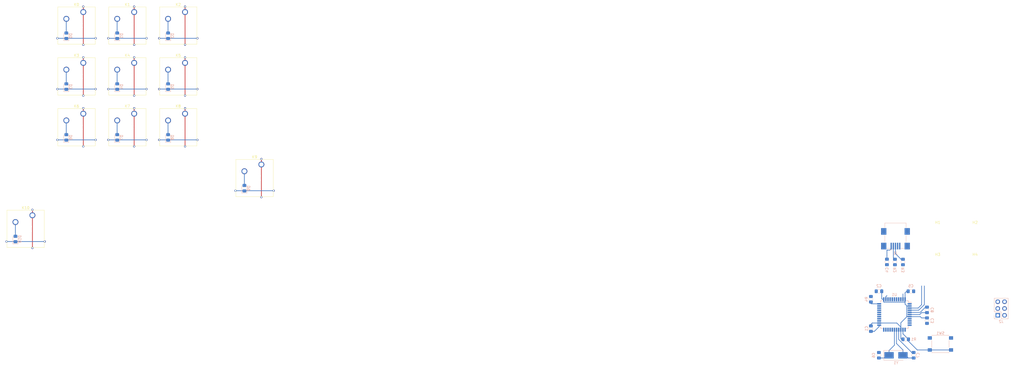
<source format=kicad_pcb>
(kicad_pcb (version 20171130) (host pcbnew "(5.1.5)-3")

  (general
    (thickness 1.6)
    (drawings 0)
    (tracks 0)
    (zones 0)
    (modules 11)
    (nets 50)
  )

  (page A3)
  (layers
    (0 F.Cu signal)
    (31 B.Cu signal)
    (32 B.Adhes user)
    (33 F.Adhes user)
    (34 B.Paste user)
    (35 F.Paste user)
    (36 B.SilkS user)
    (37 F.SilkS user)
    (38 B.Mask user)
    (39 F.Mask user)
    (40 Dwgs.User user)
    (41 Cmts.User user)
    (42 Eco1.User user)
    (43 Eco2.User user)
    (44 Edge.Cuts user)
    (45 Margin user)
    (46 B.CrtYd user)
    (47 F.CrtYd user)
    (48 B.Fab user)
    (49 F.Fab user)
  )

  (setup
    (last_trace_width 0.25)
    (trace_clearance 0.2)
    (zone_clearance 0.508)
    (zone_45_only no)
    (trace_min 0.2)
    (via_size 0.8)
    (via_drill 0.4)
    (via_min_size 0.4)
    (via_min_drill 0.3)
    (uvia_size 0.3)
    (uvia_drill 0.1)
    (uvias_allowed no)
    (uvia_min_size 0.2)
    (uvia_min_drill 0.1)
    (edge_width 0.05)
    (segment_width 0.2)
    (pcb_text_width 0.3)
    (pcb_text_size 1.5 1.5)
    (mod_edge_width 0.12)
    (mod_text_size 1 1)
    (mod_text_width 0.15)
    (pad_size 1.524 1.524)
    (pad_drill 0.762)
    (pad_to_mask_clearance 0.051)
    (solder_mask_min_width 0.25)
    (aux_axis_origin 0 0)
    (visible_elements 7FFFFFFF)
    (pcbplotparams
      (layerselection 0x010fc_ffffffff)
      (usegerberextensions false)
      (usegerberattributes false)
      (usegerberadvancedattributes false)
      (creategerberjobfile false)
      (excludeedgelayer true)
      (linewidth 0.100000)
      (plotframeref false)
      (viasonmask false)
      (mode 1)
      (useauxorigin false)
      (hpglpennumber 1)
      (hpglpenspeed 20)
      (hpglpendiameter 15.000000)
      (psnegative false)
      (psa4output false)
      (plotreference true)
      (plotvalue true)
      (plotinvisibletext false)
      (padsonsilk false)
      (subtractmaskfromsilk false)
      (outputformat 1)
      (mirror false)
      (drillshape 1)
      (scaleselection 1)
      (outputdirectory ""))
  )

  (net 0 "")
  (net 1 GND)
  (net 2 VCC)
  (net 3 "Net-(C6-Pad1)")
  (net 4 "Net-(C7-Pad1)")
  (net 5 "Net-(C8-Pad1)")
  (net 6 "Net-(J1-Pad4)")
  (net 7 "Net-(J1-Pad3)")
  (net 8 "Net-(J1-Pad2)")
  (net 9 "Net-(R1-Pad1)")
  (net 10 "Net-(R2-Pad1)")
  (net 11 "Net-(R3-Pad1)")
  (net 12 "Net-(R4-Pad2)")
  (net 13 "Net-(U1-Pad42)")
  (net 14 /Reset)
  (net 15 /Row_0)
  (net 16 /Row_1)
  (net 17 /Row_2)
  (net 18 /Row_3)
  (net 19 /Row_4)
  (net 20 /Row_5)
  (net 21 /Row_6)
  (net 22 /Col_0)
  (net 23 /Col_1)
  (net 24 /Col_2)
  (net 25 /Col_3)
  (net 26 /Col_4)
  (net 27 /Col_5)
  (net 28 /Col_6)
  (net 29 /Col_7)
  (net 30 /Col_8)
  (net 31 /Col_9)
  (net 32 /Col_10)
  (net 33 /Col_11)
  (net 34 /Col_12)
  (net 35 /Col_13)
  (net 36 /Col_14)
  (net 37 /Col_15)
  (net 38 /Col_16)
  (net 39 /Col_17)
  (net 40 "Net-(D0-Pad2)")
  (net 41 "Net-(D1-Pad2)")
  (net 42 "Net-(D2-Pad2)")
  (net 43 "Net-(D3-Pad2)")
  (net 44 "Net-(D4-Pad2)")
  (net 45 "Net-(D5-Pad2)")
  (net 46 "Net-(D6-Pad2)")
  (net 47 "Net-(D7-Pad2)")
  (net 48 "Net-(D8-Pad2)")
  (net 49 "Net-(D9-Pad2)")
  (net 50 "Net-(D10-Pad2)")
  (net 51 UNKNOWN)


  (net_class Default "This is the default net class."
    (clearance 0.2)
    (trace_width 0.25)
    (via_dia 0.8)
    (via_drill 0.4)
    (uvia_dia 0.3)
    (uvia_drill 0.1)
    (add_net GND)
    (add_net VCC)
    (add_net "Net-(C6-Pad1)")
    (add_net "Net-(C7-Pad1)")
    (add_net "Net-(C8-Pad1)")
    (add_net "Net-(J1-Pad4)")
    (add_net "Net-(J1-Pad3)")
    (add_net "Net-(J1-Pad2)")
    (add_net "Net-(R1-Pad1)")
    (add_net "Net-(R2-Pad1)")
    (add_net "Net-(R3-Pad1)")
    (add_net "Net-(R4-Pad2)")
    (add_net "Net-(U1-Pad42)")
    (add_net /Reset)
    (add_net /Row_0)
    (add_net /Row_1)
    (add_net /Row_2)
    (add_net /Row_3)
    (add_net /Row_4)
    (add_net /Row_5)
    (add_net /Row_6)
    (add_net /Col_0)
    (add_net /Col_1)
    (add_net /Col_2)
    (add_net /Col_3)
    (add_net /Col_4)
    (add_net /Col_5)
    (add_net /Col_6)
    (add_net /Col_7)
    (add_net /Col_8)
    (add_net /Col_9)
    (add_net /Col_10)
    (add_net /Col_11)
    (add_net /Col_12)
    (add_net /Col_13)
    (add_net /Col_14)
    (add_net /Col_15)
    (add_net /Col_16)
    (add_net /Col_17)
    (add_net "Net-(D0-Pad2)")
    (add_net "Net-(D1-Pad2)")
    (add_net "Net-(D2-Pad2)")
    (add_net "Net-(D3-Pad2)")
    (add_net "Net-(D4-Pad2)")
    (add_net "Net-(D5-Pad2)")
    (add_net "Net-(D6-Pad2)")
    (add_net "Net-(D7-Pad2)")
    (add_net "Net-(D8-Pad2)")
    (add_net "Net-(D9-Pad2)")
    (add_net "Net-(D10-Pad2)")
    (add_net UNKNOWN)

  )

  (module Button_Switch_Keyboard:SW_Cherry_MX_1.00u_PCB (layer F.Cu) (tedit 5A02FE24) (tstamp 5E922E3E)
    (at -61.9 27.305)
    (descr "Cherry MX keyswitch, 1.00u, PCB mount, http://cherryamericas.com/wp-content/uploads/2014/12/mx_cat.pdf")
    (tags "Cherry MX keyswitch 1.00u PCB")
    (path /KEYSWITCH_0)
    (fp_text reference K0 (at -2.54 -2.794) (layer F.SilkS)
      (effects (font (size 1 1) (thickness 0.15)))
    )
    (fp_text value KEYSW (at -2.54 12.954) (layer F.Fab)
      (effects (font (size 1 1) (thickness 0.15)))
    )
    (fp_line (start -9.525 12.065) (end -9.525 -1.905) (layer F.SilkS) (width 0.12))
    (fp_line (start 4.445 12.065) (end -9.525 12.065) (layer F.SilkS) (width 0.12))
    (fp_line (start 4.445 -1.905) (end 4.445 12.065) (layer F.SilkS) (width 0.12))
    (fp_line (start -9.525 -1.905) (end 4.445 -1.905) (layer F.SilkS) (width 0.12))
    (fp_line (start -12.065 14.605) (end -12.065 -4.445) (layer Dwgs.User) (width 0.15))
    (fp_line (start 6.985 14.605) (end -12.065 14.605) (layer Dwgs.User) (width 0.15))
    (fp_line (start 6.985 -4.445) (end 6.985 14.605) (layer Dwgs.User) (width 0.15))
    (fp_line (start -12.065 -4.445) (end 6.985 -4.445) (layer Dwgs.User) (width 0.15))
    (fp_line (start -9.14 -1.52) (end 4.06 -1.52) (layer F.CrtYd) (width 0.05))
    (fp_line (start 4.06 -1.52) (end 4.06 11.68) (layer F.CrtYd) (width 0.05))
    (fp_line (start 4.06 11.68) (end -9.14 11.68) (layer F.CrtYd) (width 0.05))
    (fp_line (start -9.14 11.68) (end -9.14 -1.52) (layer F.CrtYd) (width 0.05))
    (fp_line (start -8.89 11.43) (end -8.89 -1.27) (layer F.Fab) (width 0.1))
    (fp_line (start 3.81 11.43) (end -8.89 11.43) (layer F.Fab) (width 0.1))
    (fp_line (start 3.81 -1.27) (end 3.81 11.43) (layer F.Fab) (width 0.1))
    (fp_line (start -8.89 -1.27) (end 3.81 -1.27) (layer F.Fab) (width 0.1))
    (fp_text user %R (at -2.54 -2.794) (layer F.Fab)
      (effects (font (size 1 1) (thickness 0.15)))
    )
    (pad "" np_thru_hole circle (at 2.54 5.08) (size 1.7 1.7) (drill 1.7) (layers *.Cu *.Mask))
    (pad "" np_thru_hole circle (at -7.62 5.08) (size 1.7 1.7) (drill 1.7) (layers *.Cu *.Mask))
    (pad "" np_thru_hole circle (at -2.54 5.08) (size 4 4) (drill 4) (layers *.Cu *.Mask))
    (pad 2 thru_hole circle (at -6.35 2.54) (size 2.2 2.2) (drill 1.5) (layers *.Cu *.Mask)
      (net 40 "Net-(D0-Pad2)"))
    (pad 1 thru_hole circle (at 0 0) (size 2.2 2.2) (drill 1.5) (layers *.Cu *.Mask)
      (net 22 /Col_0))
    (model ${KISYS3DMOD}/Button_Switch_Keyboard.3dshapes/SW_Cherry_MX_1.00u_PCB.wrl
      (at (xyz 0 0 0))
      (scale (xyz 1 1 1))
      (rotate (xyz 0 0 0))
    )
  )
  (module Diode_SMD:D_0805_2012Metric_Pad1.15x1.40mm_HandSolder (layer B.Cu) (tedit 5B4B45C8) (tstamp 5E91CDF6)
    (at -68.25 36.195 90)
    (descr "Diode SMD 0805 (2012 Metric), square (rectangular) end terminal, IPC_7351 nominal, (Body size source: https://docs.google.com/spreadsheets/d/1BsfQQcO9C6DZCsRaXUlFlo91Tg2WpOkGARC1WS5S8t0/edit?usp=sharing), generated with kicad-footprint-generator")
    (tags "diode handsolder")
    (path /DIODE_0)
    (attr smd)
    (fp_text reference D0 (at 0 1.65 90) (layer B.SilkS)
      (effects (font (size 1 1) (thickness 0.15)) (justify mirror))
    )
    (fp_text value D (at 0 -1.65 90) (layer B.Fab)
      (effects (font (size 1 1) (thickness 0.15)) (justify mirror))
    )
    (fp_line (start 1 0.6) (end -0.7 0.6) (layer B.Fab) (width 0.1))
    (fp_line (start -0.7 0.6) (end -1 0.3) (layer B.Fab) (width 0.1))
    (fp_line (start -1 0.3) (end -1 -0.6) (layer B.Fab) (width 0.1))
    (fp_line (start -1 -0.6) (end 1 -0.6) (layer B.Fab) (width 0.1))
    (fp_line (start 1 -0.6) (end 1 0.6) (layer B.Fab) (width 0.1))
    (fp_line (start 1 0.96) (end -1.86 0.96) (layer B.SilkS) (width 0.12))
    (fp_line (start -1.86 0.96) (end -1.86 -0.96) (layer B.SilkS) (width 0.12))
    (fp_line (start -1.86 -0.96) (end 1 -0.96) (layer B.SilkS) (width 0.12))
    (fp_line (start -1.85 -0.95) (end -1.85 0.95) (layer B.CrtYd) (width 0.05))
    (fp_line (start -1.85 0.95) (end 1.85 0.95) (layer B.CrtYd) (width 0.05))
    (fp_line (start 1.85 0.95) (end 1.85 -0.95) (layer B.CrtYd) (width 0.05))
    (fp_line (start 1.85 -0.95) (end -1.85 -0.95) (layer B.CrtYd) (width 0.05))
    (fp_text user %R (at 0 0 90) (layer B.Fab)
      (effects (font (size 0.5 0.5) (thickness 0.08)) (justify mirror))
    )
    (pad 1 smd roundrect (at -1.025 0 90) (size 1.15 1.4) (layers B.Cu B.Paste B.Mask) (roundrect_rratio 0.217391)
      (net 15 /Row_0))
    (pad 2 smd roundrect (at 1.025 0 90) (size 1.15 1.4) (layers B.Cu B.Paste B.Mask) (roundrect_rratio 0.217391)
      (net 40 "Net-(D0-Pad2)"))
    (model ${KISYS3DMOD}/Diode_SMD.3dshapes/D_0805_2012Metric.wrl
      (at (xyz 0 0 0))
      (scale (xyz 1 1 1))
      (rotate (xyz 0 0 0))
    )
  )
  (via (at -61.9 25.275) (size 0.8) (drill 0.4) (layers F.Cu B.Cu) (net 22))
  (via (at -61.9 39.545) (size 0.8) (drill 0.4) (layers F.Cu B.Cu) (net 22))
  (via (at -71.58 37.135) (size 0.8) (drill 0.4) (layers F.Cu B.Cu) (net 15))
  (via (at -57.3 37.135) (size 0.8) (drill 0.4) (layers F.Cu B.Cu) (net 15))
  (segment (start -71.58 37.135) (end -57.3 37.135) (width 0.25) (layer B.Cu) (net 15))
  (segment (start -61.9 25.275) (end -61.9 39.545) (width 0.25) (layer F.Cu) (net 22))
  (segment (start -68.28 29.845) (end -68.28 35.075) (width 0.25) (layer B.Cu) (net 40))
  (module Button_Switch_Keyboard:SW_Cherry_MX_1.00u_PCB (layer F.Cu) (tedit 5A02FE24) (tstamp 5E922E3E)
    (at -42.849999999999994 27.305)
    (descr "Cherry MX keyswitch, 1.00u, PCB mount, http://cherryamericas.com/wp-content/uploads/2014/12/mx_cat.pdf")
    (tags "Cherry MX keyswitch 1.00u PCB")
    (path /KEYSWITCH_1)
    (fp_text reference K1 (at -2.54 -2.794) (layer F.SilkS)
      (effects (font (size 1 1) (thickness 0.15)))
    )
    (fp_text value KEYSW (at -2.54 12.954) (layer F.Fab)
      (effects (font (size 1 1) (thickness 0.15)))
    )
    (fp_line (start -9.525 12.065) (end -9.525 -1.905) (layer F.SilkS) (width 0.12))
    (fp_line (start 4.445 12.065) (end -9.525 12.065) (layer F.SilkS) (width 0.12))
    (fp_line (start 4.445 -1.905) (end 4.445 12.065) (layer F.SilkS) (width 0.12))
    (fp_line (start -9.525 -1.905) (end 4.445 -1.905) (layer F.SilkS) (width 0.12))
    (fp_line (start -12.065 14.605) (end -12.065 -4.445) (layer Dwgs.User) (width 0.15))
    (fp_line (start 6.985 14.605) (end -12.065 14.605) (layer Dwgs.User) (width 0.15))
    (fp_line (start 6.985 -4.445) (end 6.985 14.605) (layer Dwgs.User) (width 0.15))
    (fp_line (start -12.065 -4.445) (end 6.985 -4.445) (layer Dwgs.User) (width 0.15))
    (fp_line (start -9.14 -1.52) (end 4.06 -1.52) (layer F.CrtYd) (width 0.05))
    (fp_line (start 4.06 -1.52) (end 4.06 11.68) (layer F.CrtYd) (width 0.05))
    (fp_line (start 4.06 11.68) (end -9.14 11.68) (layer F.CrtYd) (width 0.05))
    (fp_line (start -9.14 11.68) (end -9.14 -1.52) (layer F.CrtYd) (width 0.05))
    (fp_line (start -8.89 11.43) (end -8.89 -1.27) (layer F.Fab) (width 0.1))
    (fp_line (start 3.81 11.43) (end -8.89 11.43) (layer F.Fab) (width 0.1))
    (fp_line (start 3.81 -1.27) (end 3.81 11.43) (layer F.Fab) (width 0.1))
    (fp_line (start -8.89 -1.27) (end 3.81 -1.27) (layer F.Fab) (width 0.1))
    (fp_text user %R (at -2.54 -2.794) (layer F.Fab)
      (effects (font (size 1 1) (thickness 0.15)))
    )
    (pad "" np_thru_hole circle (at 2.54 5.08) (size 1.7 1.7) (drill 1.7) (layers *.Cu *.Mask))
    (pad "" np_thru_hole circle (at -7.62 5.08) (size 1.7 1.7) (drill 1.7) (layers *.Cu *.Mask))
    (pad "" np_thru_hole circle (at -2.54 5.08) (size 4 4) (drill 4) (layers *.Cu *.Mask))
    (pad 2 thru_hole circle (at -6.35 2.54) (size 2.2 2.2) (drill 1.5) (layers *.Cu *.Mask)
      (net 41 "Net-(D1-Pad2)"))
    (pad 1 thru_hole circle (at 0 0) (size 2.2 2.2) (drill 1.5) (layers *.Cu *.Mask)
      (net 23 /Col_1))
    (model ${KISYS3DMOD}/Button_Switch_Keyboard.3dshapes/SW_Cherry_MX_1.00u_PCB.wrl
      (at (xyz 0 0 0))
      (scale (xyz 1 1 1))
      (rotate (xyz 0 0 0))
    )
  )
  (module Diode_SMD:D_0805_2012Metric_Pad1.15x1.40mm_HandSolder (layer B.Cu) (tedit 5B4B45C8) (tstamp 5E91CDF6)
    (at -49.199999999999996 36.195 90)
    (descr "Diode SMD 0805 (2012 Metric), square (rectangular) end terminal, IPC_7351 nominal, (Body size source: https://docs.google.com/spreadsheets/d/1BsfQQcO9C6DZCsRaXUlFlo91Tg2WpOkGARC1WS5S8t0/edit?usp=sharing), generated with kicad-footprint-generator")
    (tags "diode handsolder")
    (path /DIODE_1)
    (attr smd)
    (fp_text reference D1 (at 0 1.65 90) (layer B.SilkS)
      (effects (font (size 1 1) (thickness 0.15)) (justify mirror))
    )
    (fp_text value D (at 0 -1.65 90) (layer B.Fab)
      (effects (font (size 1 1) (thickness 0.15)) (justify mirror))
    )
    (fp_line (start 1 0.6) (end -0.7 0.6) (layer B.Fab) (width 0.1))
    (fp_line (start -0.7 0.6) (end -1 0.3) (layer B.Fab) (width 0.1))
    (fp_line (start -1 0.3) (end -1 -0.6) (layer B.Fab) (width 0.1))
    (fp_line (start -1 -0.6) (end 1 -0.6) (layer B.Fab) (width 0.1))
    (fp_line (start 1 -0.6) (end 1 0.6) (layer B.Fab) (width 0.1))
    (fp_line (start 1 0.96) (end -1.86 0.96) (layer B.SilkS) (width 0.12))
    (fp_line (start -1.86 0.96) (end -1.86 -0.96) (layer B.SilkS) (width 0.12))
    (fp_line (start -1.86 -0.96) (end 1 -0.96) (layer B.SilkS) (width 0.12))
    (fp_line (start -1.85 -0.95) (end -1.85 0.95) (layer B.CrtYd) (width 0.05))
    (fp_line (start -1.85 0.95) (end 1.85 0.95) (layer B.CrtYd) (width 0.05))
    (fp_line (start 1.85 0.95) (end 1.85 -0.95) (layer B.CrtYd) (width 0.05))
    (fp_line (start 1.85 -0.95) (end -1.85 -0.95) (layer B.CrtYd) (width 0.05))
    (fp_text user %R (at 0 0 90) (layer B.Fab)
      (effects (font (size 0.5 0.5) (thickness 0.08)) (justify mirror))
    )
    (pad 1 smd roundrect (at -1.025 0 90) (size 1.15 1.4) (layers B.Cu B.Paste B.Mask) (roundrect_rratio 0.217391)
      (net 15 /Row_0))
    (pad 2 smd roundrect (at 1.025 0 90) (size 1.15 1.4) (layers B.Cu B.Paste B.Mask) (roundrect_rratio 0.217391)
      (net 41 "Net-(D1-Pad2)"))
    (model ${KISYS3DMOD}/Diode_SMD.3dshapes/D_0805_2012Metric.wrl
      (at (xyz 0 0 0))
      (scale (xyz 1 1 1))
      (rotate (xyz 0 0 0))
    )
  )
  (via (at -42.849999999999994 25.275) (size 0.8) (drill 0.4) (layers F.Cu B.Cu) (net 23))
  (via (at -42.849999999999994 39.545) (size 0.8) (drill 0.4) (layers F.Cu B.Cu) (net 23))
  (via (at -52.529999999999994 37.135) (size 0.8) (drill 0.4) (layers F.Cu B.Cu) (net 15))
  (via (at -38.24999999999999 37.135) (size 0.8) (drill 0.4) (layers F.Cu B.Cu) (net 15))
  (segment (start -52.529999999999994 37.135) (end -38.24999999999999 37.135) (width 0.25) (layer B.Cu) (net 15))
  (segment (start -42.849999999999994 25.275) (end -42.849999999999994 39.545) (width 0.25) (layer F.Cu) (net 23))
  (segment (start -49.23 29.845) (end -49.23 35.075) (width 0.25) (layer B.Cu) (net 41))
  (module Button_Switch_Keyboard:SW_Cherry_MX_1.00u_PCB (layer F.Cu) (tedit 5A02FE24) (tstamp 5E922E3E)
    (at -23.799999999999997 27.305)
    (descr "Cherry MX keyswitch, 1.00u, PCB mount, http://cherryamericas.com/wp-content/uploads/2014/12/mx_cat.pdf")
    (tags "Cherry MX keyswitch 1.00u PCB")
    (path /KEYSWITCH_2)
    (fp_text reference K2 (at -2.54 -2.794) (layer F.SilkS)
      (effects (font (size 1 1) (thickness 0.15)))
    )
    (fp_text value KEYSW (at -2.54 12.954) (layer F.Fab)
      (effects (font (size 1 1) (thickness 0.15)))
    )
    (fp_line (start -9.525 12.065) (end -9.525 -1.905) (layer F.SilkS) (width 0.12))
    (fp_line (start 4.445 12.065) (end -9.525 12.065) (layer F.SilkS) (width 0.12))
    (fp_line (start 4.445 -1.905) (end 4.445 12.065) (layer F.SilkS) (width 0.12))
    (fp_line (start -9.525 -1.905) (end 4.445 -1.905) (layer F.SilkS) (width 0.12))
    (fp_line (start -12.065 14.605) (end -12.065 -4.445) (layer Dwgs.User) (width 0.15))
    (fp_line (start 6.985 14.605) (end -12.065 14.605) (layer Dwgs.User) (width 0.15))
    (fp_line (start 6.985 -4.445) (end 6.985 14.605) (layer Dwgs.User) (width 0.15))
    (fp_line (start -12.065 -4.445) (end 6.985 -4.445) (layer Dwgs.User) (width 0.15))
    (fp_line (start -9.14 -1.52) (end 4.06 -1.52) (layer F.CrtYd) (width 0.05))
    (fp_line (start 4.06 -1.52) (end 4.06 11.68) (layer F.CrtYd) (width 0.05))
    (fp_line (start 4.06 11.68) (end -9.14 11.68) (layer F.CrtYd) (width 0.05))
    (fp_line (start -9.14 11.68) (end -9.14 -1.52) (layer F.CrtYd) (width 0.05))
    (fp_line (start -8.89 11.43) (end -8.89 -1.27) (layer F.Fab) (width 0.1))
    (fp_line (start 3.81 11.43) (end -8.89 11.43) (layer F.Fab) (width 0.1))
    (fp_line (start 3.81 -1.27) (end 3.81 11.43) (layer F.Fab) (width 0.1))
    (fp_line (start -8.89 -1.27) (end 3.81 -1.27) (layer F.Fab) (width 0.1))
    (fp_text user %R (at -2.54 -2.794) (layer F.Fab)
      (effects (font (size 1 1) (thickness 0.15)))
    )
    (pad "" np_thru_hole circle (at 2.54 5.08) (size 1.7 1.7) (drill 1.7) (layers *.Cu *.Mask))
    (pad "" np_thru_hole circle (at -7.62 5.08) (size 1.7 1.7) (drill 1.7) (layers *.Cu *.Mask))
    (pad "" np_thru_hole circle (at -2.54 5.08) (size 4 4) (drill 4) (layers *.Cu *.Mask))
    (pad 2 thru_hole circle (at -6.35 2.54) (size 2.2 2.2) (drill 1.5) (layers *.Cu *.Mask)
      (net 42 "Net-(D2-Pad2)"))
    (pad 1 thru_hole circle (at 0 0) (size 2.2 2.2) (drill 1.5) (layers *.Cu *.Mask)
      (net 24 /Col_2))
    (model ${KISYS3DMOD}/Button_Switch_Keyboard.3dshapes/SW_Cherry_MX_1.00u_PCB.wrl
      (at (xyz 0 0 0))
      (scale (xyz 1 1 1))
      (rotate (xyz 0 0 0))
    )
  )
  (module Diode_SMD:D_0805_2012Metric_Pad1.15x1.40mm_HandSolder (layer B.Cu) (tedit 5B4B45C8) (tstamp 5E91CDF6)
    (at -30.15 36.195 90)
    (descr "Diode SMD 0805 (2012 Metric), square (rectangular) end terminal, IPC_7351 nominal, (Body size source: https://docs.google.com/spreadsheets/d/1BsfQQcO9C6DZCsRaXUlFlo91Tg2WpOkGARC1WS5S8t0/edit?usp=sharing), generated with kicad-footprint-generator")
    (tags "diode handsolder")
    (path /DIODE_2)
    (attr smd)
    (fp_text reference D2 (at 0 1.65 90) (layer B.SilkS)
      (effects (font (size 1 1) (thickness 0.15)) (justify mirror))
    )
    (fp_text value D (at 0 -1.65 90) (layer B.Fab)
      (effects (font (size 1 1) (thickness 0.15)) (justify mirror))
    )
    (fp_line (start 1 0.6) (end -0.7 0.6) (layer B.Fab) (width 0.1))
    (fp_line (start -0.7 0.6) (end -1 0.3) (layer B.Fab) (width 0.1))
    (fp_line (start -1 0.3) (end -1 -0.6) (layer B.Fab) (width 0.1))
    (fp_line (start -1 -0.6) (end 1 -0.6) (layer B.Fab) (width 0.1))
    (fp_line (start 1 -0.6) (end 1 0.6) (layer B.Fab) (width 0.1))
    (fp_line (start 1 0.96) (end -1.86 0.96) (layer B.SilkS) (width 0.12))
    (fp_line (start -1.86 0.96) (end -1.86 -0.96) (layer B.SilkS) (width 0.12))
    (fp_line (start -1.86 -0.96) (end 1 -0.96) (layer B.SilkS) (width 0.12))
    (fp_line (start -1.85 -0.95) (end -1.85 0.95) (layer B.CrtYd) (width 0.05))
    (fp_line (start -1.85 0.95) (end 1.85 0.95) (layer B.CrtYd) (width 0.05))
    (fp_line (start 1.85 0.95) (end 1.85 -0.95) (layer B.CrtYd) (width 0.05))
    (fp_line (start 1.85 -0.95) (end -1.85 -0.95) (layer B.CrtYd) (width 0.05))
    (fp_text user %R (at 0 0 90) (layer B.Fab)
      (effects (font (size 0.5 0.5) (thickness 0.08)) (justify mirror))
    )
    (pad 1 smd roundrect (at -1.025 0 90) (size 1.15 1.4) (layers B.Cu B.Paste B.Mask) (roundrect_rratio 0.217391)
      (net 15 /Row_0))
    (pad 2 smd roundrect (at 1.025 0 90) (size 1.15 1.4) (layers B.Cu B.Paste B.Mask) (roundrect_rratio 0.217391)
      (net 42 "Net-(D2-Pad2)"))
    (model ${KISYS3DMOD}/Diode_SMD.3dshapes/D_0805_2012Metric.wrl
      (at (xyz 0 0 0))
      (scale (xyz 1 1 1))
      (rotate (xyz 0 0 0))
    )
  )
  (via (at -23.799999999999997 25.275) (size 0.8) (drill 0.4) (layers F.Cu B.Cu) (net 24))
  (via (at -23.799999999999997 39.545) (size 0.8) (drill 0.4) (layers F.Cu B.Cu) (net 24))
  (via (at -33.48 37.135) (size 0.8) (drill 0.4) (layers F.Cu B.Cu) (net 15))
  (via (at -19.199999999999996 37.135) (size 0.8) (drill 0.4) (layers F.Cu B.Cu) (net 15))
  (segment (start -33.48 37.135) (end -19.199999999999996 37.135) (width 0.25) (layer B.Cu) (net 15))
  (segment (start -23.799999999999997 25.275) (end -23.799999999999997 39.545) (width 0.25) (layer F.Cu) (net 24))
  (segment (start -30.179999999999996 29.845) (end -30.179999999999996 35.075) (width 0.25) (layer B.Cu) (net 42))
  (module Button_Switch_Keyboard:SW_Cherry_MX_1.00u_PCB (layer F.Cu) (tedit 5A02FE24) (tstamp 5E922E3E)
    (at -61.9 46.355000000000004)
    (descr "Cherry MX keyswitch, 1.00u, PCB mount, http://cherryamericas.com/wp-content/uploads/2014/12/mx_cat.pdf")
    (tags "Cherry MX keyswitch 1.00u PCB")
    (path /KEYSWITCH_3)
    (fp_text reference K3 (at -2.54 -2.794) (layer F.SilkS)
      (effects (font (size 1 1) (thickness 0.15)))
    )
    (fp_text value KEYSW (at -2.54 12.954) (layer F.Fab)
      (effects (font (size 1 1) (thickness 0.15)))
    )
    (fp_line (start -9.525 12.065) (end -9.525 -1.905) (layer F.SilkS) (width 0.12))
    (fp_line (start 4.445 12.065) (end -9.525 12.065) (layer F.SilkS) (width 0.12))
    (fp_line (start 4.445 -1.905) (end 4.445 12.065) (layer F.SilkS) (width 0.12))
    (fp_line (start -9.525 -1.905) (end 4.445 -1.905) (layer F.SilkS) (width 0.12))
    (fp_line (start -12.065 14.605) (end -12.065 -4.445) (layer Dwgs.User) (width 0.15))
    (fp_line (start 6.985 14.605) (end -12.065 14.605) (layer Dwgs.User) (width 0.15))
    (fp_line (start 6.985 -4.445) (end 6.985 14.605) (layer Dwgs.User) (width 0.15))
    (fp_line (start -12.065 -4.445) (end 6.985 -4.445) (layer Dwgs.User) (width 0.15))
    (fp_line (start -9.14 -1.52) (end 4.06 -1.52) (layer F.CrtYd) (width 0.05))
    (fp_line (start 4.06 -1.52) (end 4.06 11.68) (layer F.CrtYd) (width 0.05))
    (fp_line (start 4.06 11.68) (end -9.14 11.68) (layer F.CrtYd) (width 0.05))
    (fp_line (start -9.14 11.68) (end -9.14 -1.52) (layer F.CrtYd) (width 0.05))
    (fp_line (start -8.89 11.43) (end -8.89 -1.27) (layer F.Fab) (width 0.1))
    (fp_line (start 3.81 11.43) (end -8.89 11.43) (layer F.Fab) (width 0.1))
    (fp_line (start 3.81 -1.27) (end 3.81 11.43) (layer F.Fab) (width 0.1))
    (fp_line (start -8.89 -1.27) (end 3.81 -1.27) (layer F.Fab) (width 0.1))
    (fp_text user %R (at -2.54 -2.794) (layer F.Fab)
      (effects (font (size 1 1) (thickness 0.15)))
    )
    (pad "" np_thru_hole circle (at 2.54 5.08) (size 1.7 1.7) (drill 1.7) (layers *.Cu *.Mask))
    (pad "" np_thru_hole circle (at -7.62 5.08) (size 1.7 1.7) (drill 1.7) (layers *.Cu *.Mask))
    (pad "" np_thru_hole circle (at -2.54 5.08) (size 4 4) (drill 4) (layers *.Cu *.Mask))
    (pad 2 thru_hole circle (at -6.35 2.54) (size 2.2 2.2) (drill 1.5) (layers *.Cu *.Mask)
      (net 43 "Net-(D3-Pad2)"))
    (pad 1 thru_hole circle (at 0 0) (size 2.2 2.2) (drill 1.5) (layers *.Cu *.Mask)
      (net 22 /Col_0))
    (model ${KISYS3DMOD}/Button_Switch_Keyboard.3dshapes/SW_Cherry_MX_1.00u_PCB.wrl
      (at (xyz 0 0 0))
      (scale (xyz 1 1 1))
      (rotate (xyz 0 0 0))
    )
  )
  (module Diode_SMD:D_0805_2012Metric_Pad1.15x1.40mm_HandSolder (layer B.Cu) (tedit 5B4B45C8) (tstamp 5E91CDF6)
    (at -68.25 55.245000000000005 90)
    (descr "Diode SMD 0805 (2012 Metric), square (rectangular) end terminal, IPC_7351 nominal, (Body size source: https://docs.google.com/spreadsheets/d/1BsfQQcO9C6DZCsRaXUlFlo91Tg2WpOkGARC1WS5S8t0/edit?usp=sharing), generated with kicad-footprint-generator")
    (tags "diode handsolder")
    (path /DIODE_3)
    (attr smd)
    (fp_text reference D3 (at 0 1.65 90) (layer B.SilkS)
      (effects (font (size 1 1) (thickness 0.15)) (justify mirror))
    )
    (fp_text value D (at 0 -1.65 90) (layer B.Fab)
      (effects (font (size 1 1) (thickness 0.15)) (justify mirror))
    )
    (fp_line (start 1 0.6) (end -0.7 0.6) (layer B.Fab) (width 0.1))
    (fp_line (start -0.7 0.6) (end -1 0.3) (layer B.Fab) (width 0.1))
    (fp_line (start -1 0.3) (end -1 -0.6) (layer B.Fab) (width 0.1))
    (fp_line (start -1 -0.6) (end 1 -0.6) (layer B.Fab) (width 0.1))
    (fp_line (start 1 -0.6) (end 1 0.6) (layer B.Fab) (width 0.1))
    (fp_line (start 1 0.96) (end -1.86 0.96) (layer B.SilkS) (width 0.12))
    (fp_line (start -1.86 0.96) (end -1.86 -0.96) (layer B.SilkS) (width 0.12))
    (fp_line (start -1.86 -0.96) (end 1 -0.96) (layer B.SilkS) (width 0.12))
    (fp_line (start -1.85 -0.95) (end -1.85 0.95) (layer B.CrtYd) (width 0.05))
    (fp_line (start -1.85 0.95) (end 1.85 0.95) (layer B.CrtYd) (width 0.05))
    (fp_line (start 1.85 0.95) (end 1.85 -0.95) (layer B.CrtYd) (width 0.05))
    (fp_line (start 1.85 -0.95) (end -1.85 -0.95) (layer B.CrtYd) (width 0.05))
    (fp_text user %R (at 0 0 90) (layer B.Fab)
      (effects (font (size 0.5 0.5) (thickness 0.08)) (justify mirror))
    )
    (pad 1 smd roundrect (at -1.025 0 90) (size 1.15 1.4) (layers B.Cu B.Paste B.Mask) (roundrect_rratio 0.217391)
      (net 16 /Row_1))
    (pad 2 smd roundrect (at 1.025 0 90) (size 1.15 1.4) (layers B.Cu B.Paste B.Mask) (roundrect_rratio 0.217391)
      (net 43 "Net-(D3-Pad2)"))
    (model ${KISYS3DMOD}/Diode_SMD.3dshapes/D_0805_2012Metric.wrl
      (at (xyz 0 0 0))
      (scale (xyz 1 1 1))
      (rotate (xyz 0 0 0))
    )
  )
  (via (at -61.9 44.325) (size 0.8) (drill 0.4) (layers F.Cu B.Cu) (net 22))
  (via (at -61.9 58.595000000000006) (size 0.8) (drill 0.4) (layers F.Cu B.Cu) (net 22))
  (via (at -71.58 56.185) (size 0.8) (drill 0.4) (layers F.Cu B.Cu) (net 16))
  (via (at -57.3 56.185) (size 0.8) (drill 0.4) (layers F.Cu B.Cu) (net 16))
  (segment (start -71.58 56.185) (end -57.3 56.185) (width 0.25) (layer B.Cu) (net 16))
  (segment (start -61.9 44.325) (end -61.9 58.595000000000006) (width 0.25) (layer F.Cu) (net 22))
  (segment (start -68.28 48.895) (end -68.28 54.125) (width 0.25) (layer B.Cu) (net 43))
  (module Button_Switch_Keyboard:SW_Cherry_MX_1.00u_PCB (layer F.Cu) (tedit 5A02FE24) (tstamp 5E922E3E)
    (at -42.849999999999994 46.355000000000004)
    (descr "Cherry MX keyswitch, 1.00u, PCB mount, http://cherryamericas.com/wp-content/uploads/2014/12/mx_cat.pdf")
    (tags "Cherry MX keyswitch 1.00u PCB")
    (path /KEYSWITCH_4)
    (fp_text reference K4 (at -2.54 -2.794) (layer F.SilkS)
      (effects (font (size 1 1) (thickness 0.15)))
    )
    (fp_text value KEYSW (at -2.54 12.954) (layer F.Fab)
      (effects (font (size 1 1) (thickness 0.15)))
    )
    (fp_line (start -9.525 12.065) (end -9.525 -1.905) (layer F.SilkS) (width 0.12))
    (fp_line (start 4.445 12.065) (end -9.525 12.065) (layer F.SilkS) (width 0.12))
    (fp_line (start 4.445 -1.905) (end 4.445 12.065) (layer F.SilkS) (width 0.12))
    (fp_line (start -9.525 -1.905) (end 4.445 -1.905) (layer F.SilkS) (width 0.12))
    (fp_line (start -12.065 14.605) (end -12.065 -4.445) (layer Dwgs.User) (width 0.15))
    (fp_line (start 6.985 14.605) (end -12.065 14.605) (layer Dwgs.User) (width 0.15))
    (fp_line (start 6.985 -4.445) (end 6.985 14.605) (layer Dwgs.User) (width 0.15))
    (fp_line (start -12.065 -4.445) (end 6.985 -4.445) (layer Dwgs.User) (width 0.15))
    (fp_line (start -9.14 -1.52) (end 4.06 -1.52) (layer F.CrtYd) (width 0.05))
    (fp_line (start 4.06 -1.52) (end 4.06 11.68) (layer F.CrtYd) (width 0.05))
    (fp_line (start 4.06 11.68) (end -9.14 11.68) (layer F.CrtYd) (width 0.05))
    (fp_line (start -9.14 11.68) (end -9.14 -1.52) (layer F.CrtYd) (width 0.05))
    (fp_line (start -8.89 11.43) (end -8.89 -1.27) (layer F.Fab) (width 0.1))
    (fp_line (start 3.81 11.43) (end -8.89 11.43) (layer F.Fab) (width 0.1))
    (fp_line (start 3.81 -1.27) (end 3.81 11.43) (layer F.Fab) (width 0.1))
    (fp_line (start -8.89 -1.27) (end 3.81 -1.27) (layer F.Fab) (width 0.1))
    (fp_text user %R (at -2.54 -2.794) (layer F.Fab)
      (effects (font (size 1 1) (thickness 0.15)))
    )
    (pad "" np_thru_hole circle (at 2.54 5.08) (size 1.7 1.7) (drill 1.7) (layers *.Cu *.Mask))
    (pad "" np_thru_hole circle (at -7.62 5.08) (size 1.7 1.7) (drill 1.7) (layers *.Cu *.Mask))
    (pad "" np_thru_hole circle (at -2.54 5.08) (size 4 4) (drill 4) (layers *.Cu *.Mask))
    (pad 2 thru_hole circle (at -6.35 2.54) (size 2.2 2.2) (drill 1.5) (layers *.Cu *.Mask)
      (net 44 "Net-(D4-Pad2)"))
    (pad 1 thru_hole circle (at 0 0) (size 2.2 2.2) (drill 1.5) (layers *.Cu *.Mask)
      (net 23 /Col_1))
    (model ${KISYS3DMOD}/Button_Switch_Keyboard.3dshapes/SW_Cherry_MX_1.00u_PCB.wrl
      (at (xyz 0 0 0))
      (scale (xyz 1 1 1))
      (rotate (xyz 0 0 0))
    )
  )
  (module Diode_SMD:D_0805_2012Metric_Pad1.15x1.40mm_HandSolder (layer B.Cu) (tedit 5B4B45C8) (tstamp 5E91CDF6)
    (at -49.199999999999996 55.245000000000005 90)
    (descr "Diode SMD 0805 (2012 Metric), square (rectangular) end terminal, IPC_7351 nominal, (Body size source: https://docs.google.com/spreadsheets/d/1BsfQQcO9C6DZCsRaXUlFlo91Tg2WpOkGARC1WS5S8t0/edit?usp=sharing), generated with kicad-footprint-generator")
    (tags "diode handsolder")
    (path /DIODE_4)
    (attr smd)
    (fp_text reference D4 (at 0 1.65 90) (layer B.SilkS)
      (effects (font (size 1 1) (thickness 0.15)) (justify mirror))
    )
    (fp_text value D (at 0 -1.65 90) (layer B.Fab)
      (effects (font (size 1 1) (thickness 0.15)) (justify mirror))
    )
    (fp_line (start 1 0.6) (end -0.7 0.6) (layer B.Fab) (width 0.1))
    (fp_line (start -0.7 0.6) (end -1 0.3) (layer B.Fab) (width 0.1))
    (fp_line (start -1 0.3) (end -1 -0.6) (layer B.Fab) (width 0.1))
    (fp_line (start -1 -0.6) (end 1 -0.6) (layer B.Fab) (width 0.1))
    (fp_line (start 1 -0.6) (end 1 0.6) (layer B.Fab) (width 0.1))
    (fp_line (start 1 0.96) (end -1.86 0.96) (layer B.SilkS) (width 0.12))
    (fp_line (start -1.86 0.96) (end -1.86 -0.96) (layer B.SilkS) (width 0.12))
    (fp_line (start -1.86 -0.96) (end 1 -0.96) (layer B.SilkS) (width 0.12))
    (fp_line (start -1.85 -0.95) (end -1.85 0.95) (layer B.CrtYd) (width 0.05))
    (fp_line (start -1.85 0.95) (end 1.85 0.95) (layer B.CrtYd) (width 0.05))
    (fp_line (start 1.85 0.95) (end 1.85 -0.95) (layer B.CrtYd) (width 0.05))
    (fp_line (start 1.85 -0.95) (end -1.85 -0.95) (layer B.CrtYd) (width 0.05))
    (fp_text user %R (at 0 0 90) (layer B.Fab)
      (effects (font (size 0.5 0.5) (thickness 0.08)) (justify mirror))
    )
    (pad 1 smd roundrect (at -1.025 0 90) (size 1.15 1.4) (layers B.Cu B.Paste B.Mask) (roundrect_rratio 0.217391)
      (net 16 /Row_1))
    (pad 2 smd roundrect (at 1.025 0 90) (size 1.15 1.4) (layers B.Cu B.Paste B.Mask) (roundrect_rratio 0.217391)
      (net 44 "Net-(D4-Pad2)"))
    (model ${KISYS3DMOD}/Diode_SMD.3dshapes/D_0805_2012Metric.wrl
      (at (xyz 0 0 0))
      (scale (xyz 1 1 1))
      (rotate (xyz 0 0 0))
    )
  )
  (via (at -42.849999999999994 44.325) (size 0.8) (drill 0.4) (layers F.Cu B.Cu) (net 23))
  (via (at -42.849999999999994 58.595000000000006) (size 0.8) (drill 0.4) (layers F.Cu B.Cu) (net 23))
  (via (at -52.529999999999994 56.185) (size 0.8) (drill 0.4) (layers F.Cu B.Cu) (net 16))
  (via (at -38.24999999999999 56.185) (size 0.8) (drill 0.4) (layers F.Cu B.Cu) (net 16))
  (segment (start -52.529999999999994 56.185) (end -38.24999999999999 56.185) (width 0.25) (layer B.Cu) (net 16))
  (segment (start -42.849999999999994 44.325) (end -42.849999999999994 58.595000000000006) (width 0.25) (layer F.Cu) (net 23))
  (segment (start -49.23 48.895) (end -49.23 54.125) (width 0.25) (layer B.Cu) (net 44))
  (module Button_Switch_Keyboard:SW_Cherry_MX_1.00u_PCB (layer F.Cu) (tedit 5A02FE24) (tstamp 5E922E3E)
    (at -23.799999999999997 46.355000000000004)
    (descr "Cherry MX keyswitch, 1.00u, PCB mount, http://cherryamericas.com/wp-content/uploads/2014/12/mx_cat.pdf")
    (tags "Cherry MX keyswitch 1.00u PCB")
    (path /KEYSWITCH_5)
    (fp_text reference K5 (at -2.54 -2.794) (layer F.SilkS)
      (effects (font (size 1 1) (thickness 0.15)))
    )
    (fp_text value KEYSW (at -2.54 12.954) (layer F.Fab)
      (effects (font (size 1 1) (thickness 0.15)))
    )
    (fp_line (start -9.525 12.065) (end -9.525 -1.905) (layer F.SilkS) (width 0.12))
    (fp_line (start 4.445 12.065) (end -9.525 12.065) (layer F.SilkS) (width 0.12))
    (fp_line (start 4.445 -1.905) (end 4.445 12.065) (layer F.SilkS) (width 0.12))
    (fp_line (start -9.525 -1.905) (end 4.445 -1.905) (layer F.SilkS) (width 0.12))
    (fp_line (start -12.065 14.605) (end -12.065 -4.445) (layer Dwgs.User) (width 0.15))
    (fp_line (start 6.985 14.605) (end -12.065 14.605) (layer Dwgs.User) (width 0.15))
    (fp_line (start 6.985 -4.445) (end 6.985 14.605) (layer Dwgs.User) (width 0.15))
    (fp_line (start -12.065 -4.445) (end 6.985 -4.445) (layer Dwgs.User) (width 0.15))
    (fp_line (start -9.14 -1.52) (end 4.06 -1.52) (layer F.CrtYd) (width 0.05))
    (fp_line (start 4.06 -1.52) (end 4.06 11.68) (layer F.CrtYd) (width 0.05))
    (fp_line (start 4.06 11.68) (end -9.14 11.68) (layer F.CrtYd) (width 0.05))
    (fp_line (start -9.14 11.68) (end -9.14 -1.52) (layer F.CrtYd) (width 0.05))
    (fp_line (start -8.89 11.43) (end -8.89 -1.27) (layer F.Fab) (width 0.1))
    (fp_line (start 3.81 11.43) (end -8.89 11.43) (layer F.Fab) (width 0.1))
    (fp_line (start 3.81 -1.27) (end 3.81 11.43) (layer F.Fab) (width 0.1))
    (fp_line (start -8.89 -1.27) (end 3.81 -1.27) (layer F.Fab) (width 0.1))
    (fp_text user %R (at -2.54 -2.794) (layer F.Fab)
      (effects (font (size 1 1) (thickness 0.15)))
    )
    (pad "" np_thru_hole circle (at 2.54 5.08) (size 1.7 1.7) (drill 1.7) (layers *.Cu *.Mask))
    (pad "" np_thru_hole circle (at -7.62 5.08) (size 1.7 1.7) (drill 1.7) (layers *.Cu *.Mask))
    (pad "" np_thru_hole circle (at -2.54 5.08) (size 4 4) (drill 4) (layers *.Cu *.Mask))
    (pad 2 thru_hole circle (at -6.35 2.54) (size 2.2 2.2) (drill 1.5) (layers *.Cu *.Mask)
      (net 45 "Net-(D5-Pad2)"))
    (pad 1 thru_hole circle (at 0 0) (size 2.2 2.2) (drill 1.5) (layers *.Cu *.Mask)
      (net 24 /Col_2))
    (model ${KISYS3DMOD}/Button_Switch_Keyboard.3dshapes/SW_Cherry_MX_1.00u_PCB.wrl
      (at (xyz 0 0 0))
      (scale (xyz 1 1 1))
      (rotate (xyz 0 0 0))
    )
  )
  (module Diode_SMD:D_0805_2012Metric_Pad1.15x1.40mm_HandSolder (layer B.Cu) (tedit 5B4B45C8) (tstamp 5E91CDF6)
    (at -30.15 55.245000000000005 90)
    (descr "Diode SMD 0805 (2012 Metric), square (rectangular) end terminal, IPC_7351 nominal, (Body size source: https://docs.google.com/spreadsheets/d/1BsfQQcO9C6DZCsRaXUlFlo91Tg2WpOkGARC1WS5S8t0/edit?usp=sharing), generated with kicad-footprint-generator")
    (tags "diode handsolder")
    (path /DIODE_5)
    (attr smd)
    (fp_text reference D5 (at 0 1.65 90) (layer B.SilkS)
      (effects (font (size 1 1) (thickness 0.15)) (justify mirror))
    )
    (fp_text value D (at 0 -1.65 90) (layer B.Fab)
      (effects (font (size 1 1) (thickness 0.15)) (justify mirror))
    )
    (fp_line (start 1 0.6) (end -0.7 0.6) (layer B.Fab) (width 0.1))
    (fp_line (start -0.7 0.6) (end -1 0.3) (layer B.Fab) (width 0.1))
    (fp_line (start -1 0.3) (end -1 -0.6) (layer B.Fab) (width 0.1))
    (fp_line (start -1 -0.6) (end 1 -0.6) (layer B.Fab) (width 0.1))
    (fp_line (start 1 -0.6) (end 1 0.6) (layer B.Fab) (width 0.1))
    (fp_line (start 1 0.96) (end -1.86 0.96) (layer B.SilkS) (width 0.12))
    (fp_line (start -1.86 0.96) (end -1.86 -0.96) (layer B.SilkS) (width 0.12))
    (fp_line (start -1.86 -0.96) (end 1 -0.96) (layer B.SilkS) (width 0.12))
    (fp_line (start -1.85 -0.95) (end -1.85 0.95) (layer B.CrtYd) (width 0.05))
    (fp_line (start -1.85 0.95) (end 1.85 0.95) (layer B.CrtYd) (width 0.05))
    (fp_line (start 1.85 0.95) (end 1.85 -0.95) (layer B.CrtYd) (width 0.05))
    (fp_line (start 1.85 -0.95) (end -1.85 -0.95) (layer B.CrtYd) (width 0.05))
    (fp_text user %R (at 0 0 90) (layer B.Fab)
      (effects (font (size 0.5 0.5) (thickness 0.08)) (justify mirror))
    )
    (pad 1 smd roundrect (at -1.025 0 90) (size 1.15 1.4) (layers B.Cu B.Paste B.Mask) (roundrect_rratio 0.217391)
      (net 16 /Row_1))
    (pad 2 smd roundrect (at 1.025 0 90) (size 1.15 1.4) (layers B.Cu B.Paste B.Mask) (roundrect_rratio 0.217391)
      (net 45 "Net-(D5-Pad2)"))
    (model ${KISYS3DMOD}/Diode_SMD.3dshapes/D_0805_2012Metric.wrl
      (at (xyz 0 0 0))
      (scale (xyz 1 1 1))
      (rotate (xyz 0 0 0))
    )
  )
  (via (at -23.799999999999997 44.325) (size 0.8) (drill 0.4) (layers F.Cu B.Cu) (net 24))
  (via (at -23.799999999999997 58.595000000000006) (size 0.8) (drill 0.4) (layers F.Cu B.Cu) (net 24))
  (via (at -33.48 56.185) (size 0.8) (drill 0.4) (layers F.Cu B.Cu) (net 16))
  (via (at -19.199999999999996 56.185) (size 0.8) (drill 0.4) (layers F.Cu B.Cu) (net 16))
  (segment (start -33.48 56.185) (end -19.199999999999996 56.185) (width 0.25) (layer B.Cu) (net 16))
  (segment (start -23.799999999999997 44.325) (end -23.799999999999997 58.595000000000006) (width 0.25) (layer F.Cu) (net 24))
  (segment (start -30.179999999999996 48.895) (end -30.179999999999996 54.125) (width 0.25) (layer B.Cu) (net 45))
  (module Button_Switch_Keyboard:SW_Cherry_MX_1.00u_PCB (layer F.Cu) (tedit 5A02FE24) (tstamp 5E922E3E)
    (at -61.9 65.405)
    (descr "Cherry MX keyswitch, 1.00u, PCB mount, http://cherryamericas.com/wp-content/uploads/2014/12/mx_cat.pdf")
    (tags "Cherry MX keyswitch 1.00u PCB")
    (path /KEYSWITCH_6)
    (fp_text reference K6 (at -2.54 -2.794) (layer F.SilkS)
      (effects (font (size 1 1) (thickness 0.15)))
    )
    (fp_text value KEYSW (at -2.54 12.954) (layer F.Fab)
      (effects (font (size 1 1) (thickness 0.15)))
    )
    (fp_line (start -9.525 12.065) (end -9.525 -1.905) (layer F.SilkS) (width 0.12))
    (fp_line (start 4.445 12.065) (end -9.525 12.065) (layer F.SilkS) (width 0.12))
    (fp_line (start 4.445 -1.905) (end 4.445 12.065) (layer F.SilkS) (width 0.12))
    (fp_line (start -9.525 -1.905) (end 4.445 -1.905) (layer F.SilkS) (width 0.12))
    (fp_line (start -12.065 14.605) (end -12.065 -4.445) (layer Dwgs.User) (width 0.15))
    (fp_line (start 6.985 14.605) (end -12.065 14.605) (layer Dwgs.User) (width 0.15))
    (fp_line (start 6.985 -4.445) (end 6.985 14.605) (layer Dwgs.User) (width 0.15))
    (fp_line (start -12.065 -4.445) (end 6.985 -4.445) (layer Dwgs.User) (width 0.15))
    (fp_line (start -9.14 -1.52) (end 4.06 -1.52) (layer F.CrtYd) (width 0.05))
    (fp_line (start 4.06 -1.52) (end 4.06 11.68) (layer F.CrtYd) (width 0.05))
    (fp_line (start 4.06 11.68) (end -9.14 11.68) (layer F.CrtYd) (width 0.05))
    (fp_line (start -9.14 11.68) (end -9.14 -1.52) (layer F.CrtYd) (width 0.05))
    (fp_line (start -8.89 11.43) (end -8.89 -1.27) (layer F.Fab) (width 0.1))
    (fp_line (start 3.81 11.43) (end -8.89 11.43) (layer F.Fab) (width 0.1))
    (fp_line (start 3.81 -1.27) (end 3.81 11.43) (layer F.Fab) (width 0.1))
    (fp_line (start -8.89 -1.27) (end 3.81 -1.27) (layer F.Fab) (width 0.1))
    (fp_text user %R (at -2.54 -2.794) (layer F.Fab)
      (effects (font (size 1 1) (thickness 0.15)))
    )
    (pad "" np_thru_hole circle (at 2.54 5.08) (size 1.7 1.7) (drill 1.7) (layers *.Cu *.Mask))
    (pad "" np_thru_hole circle (at -7.62 5.08) (size 1.7 1.7) (drill 1.7) (layers *.Cu *.Mask))
    (pad "" np_thru_hole circle (at -2.54 5.08) (size 4 4) (drill 4) (layers *.Cu *.Mask))
    (pad 2 thru_hole circle (at -6.35 2.54) (size 2.2 2.2) (drill 1.5) (layers *.Cu *.Mask)
      (net 46 "Net-(D6-Pad2)"))
    (pad 1 thru_hole circle (at 0 0) (size 2.2 2.2) (drill 1.5) (layers *.Cu *.Mask)
      (net 22 /Col_0))
    (model ${KISYS3DMOD}/Button_Switch_Keyboard.3dshapes/SW_Cherry_MX_1.00u_PCB.wrl
      (at (xyz 0 0 0))
      (scale (xyz 1 1 1))
      (rotate (xyz 0 0 0))
    )
  )
  (module Diode_SMD:D_0805_2012Metric_Pad1.15x1.40mm_HandSolder (layer B.Cu) (tedit 5B4B45C8) (tstamp 5E91CDF6)
    (at -68.25 74.295 90)
    (descr "Diode SMD 0805 (2012 Metric), square (rectangular) end terminal, IPC_7351 nominal, (Body size source: https://docs.google.com/spreadsheets/d/1BsfQQcO9C6DZCsRaXUlFlo91Tg2WpOkGARC1WS5S8t0/edit?usp=sharing), generated with kicad-footprint-generator")
    (tags "diode handsolder")
    (path /DIODE_6)
    (attr smd)
    (fp_text reference D6 (at 0 1.65 90) (layer B.SilkS)
      (effects (font (size 1 1) (thickness 0.15)) (justify mirror))
    )
    (fp_text value D (at 0 -1.65 90) (layer B.Fab)
      (effects (font (size 1 1) (thickness 0.15)) (justify mirror))
    )
    (fp_line (start 1 0.6) (end -0.7 0.6) (layer B.Fab) (width 0.1))
    (fp_line (start -0.7 0.6) (end -1 0.3) (layer B.Fab) (width 0.1))
    (fp_line (start -1 0.3) (end -1 -0.6) (layer B.Fab) (width 0.1))
    (fp_line (start -1 -0.6) (end 1 -0.6) (layer B.Fab) (width 0.1))
    (fp_line (start 1 -0.6) (end 1 0.6) (layer B.Fab) (width 0.1))
    (fp_line (start 1 0.96) (end -1.86 0.96) (layer B.SilkS) (width 0.12))
    (fp_line (start -1.86 0.96) (end -1.86 -0.96) (layer B.SilkS) (width 0.12))
    (fp_line (start -1.86 -0.96) (end 1 -0.96) (layer B.SilkS) (width 0.12))
    (fp_line (start -1.85 -0.95) (end -1.85 0.95) (layer B.CrtYd) (width 0.05))
    (fp_line (start -1.85 0.95) (end 1.85 0.95) (layer B.CrtYd) (width 0.05))
    (fp_line (start 1.85 0.95) (end 1.85 -0.95) (layer B.CrtYd) (width 0.05))
    (fp_line (start 1.85 -0.95) (end -1.85 -0.95) (layer B.CrtYd) (width 0.05))
    (fp_text user %R (at 0 0 90) (layer B.Fab)
      (effects (font (size 0.5 0.5) (thickness 0.08)) (justify mirror))
    )
    (pad 1 smd roundrect (at -1.025 0 90) (size 1.15 1.4) (layers B.Cu B.Paste B.Mask) (roundrect_rratio 0.217391)
      (net 17 /Row_2))
    (pad 2 smd roundrect (at 1.025 0 90) (size 1.15 1.4) (layers B.Cu B.Paste B.Mask) (roundrect_rratio 0.217391)
      (net 46 "Net-(D6-Pad2)"))
    (model ${KISYS3DMOD}/Diode_SMD.3dshapes/D_0805_2012Metric.wrl
      (at (xyz 0 0 0))
      (scale (xyz 1 1 1))
      (rotate (xyz 0 0 0))
    )
  )
  (via (at -61.9 63.375) (size 0.8) (drill 0.4) (layers F.Cu B.Cu) (net 22))
  (via (at -61.9 77.645) (size 0.8) (drill 0.4) (layers F.Cu B.Cu) (net 22))
  (via (at -71.58 75.235) (size 0.8) (drill 0.4) (layers F.Cu B.Cu) (net 17))
  (via (at -57.3 75.235) (size 0.8) (drill 0.4) (layers F.Cu B.Cu) (net 17))
  (segment (start -71.58 75.235) (end -57.3 75.235) (width 0.25) (layer B.Cu) (net 17))
  (segment (start -61.9 63.375) (end -61.9 77.645) (width 0.25) (layer F.Cu) (net 22))
  (segment (start -68.28 67.94500000000001) (end -68.28 73.175) (width 0.25) (layer B.Cu) (net 46))
  (module Button_Switch_Keyboard:SW_Cherry_MX_1.00u_PCB (layer F.Cu) (tedit 5A02FE24) (tstamp 5E922E3E)
    (at -42.849999999999994 65.405)
    (descr "Cherry MX keyswitch, 1.00u, PCB mount, http://cherryamericas.com/wp-content/uploads/2014/12/mx_cat.pdf")
    (tags "Cherry MX keyswitch 1.00u PCB")
    (path /KEYSWITCH_7)
    (fp_text reference K7 (at -2.54 -2.794) (layer F.SilkS)
      (effects (font (size 1 1) (thickness 0.15)))
    )
    (fp_text value KEYSW (at -2.54 12.954) (layer F.Fab)
      (effects (font (size 1 1) (thickness 0.15)))
    )
    (fp_line (start -9.525 12.065) (end -9.525 -1.905) (layer F.SilkS) (width 0.12))
    (fp_line (start 4.445 12.065) (end -9.525 12.065) (layer F.SilkS) (width 0.12))
    (fp_line (start 4.445 -1.905) (end 4.445 12.065) (layer F.SilkS) (width 0.12))
    (fp_line (start -9.525 -1.905) (end 4.445 -1.905) (layer F.SilkS) (width 0.12))
    (fp_line (start -12.065 14.605) (end -12.065 -4.445) (layer Dwgs.User) (width 0.15))
    (fp_line (start 6.985 14.605) (end -12.065 14.605) (layer Dwgs.User) (width 0.15))
    (fp_line (start 6.985 -4.445) (end 6.985 14.605) (layer Dwgs.User) (width 0.15))
    (fp_line (start -12.065 -4.445) (end 6.985 -4.445) (layer Dwgs.User) (width 0.15))
    (fp_line (start -9.14 -1.52) (end 4.06 -1.52) (layer F.CrtYd) (width 0.05))
    (fp_line (start 4.06 -1.52) (end 4.06 11.68) (layer F.CrtYd) (width 0.05))
    (fp_line (start 4.06 11.68) (end -9.14 11.68) (layer F.CrtYd) (width 0.05))
    (fp_line (start -9.14 11.68) (end -9.14 -1.52) (layer F.CrtYd) (width 0.05))
    (fp_line (start -8.89 11.43) (end -8.89 -1.27) (layer F.Fab) (width 0.1))
    (fp_line (start 3.81 11.43) (end -8.89 11.43) (layer F.Fab) (width 0.1))
    (fp_line (start 3.81 -1.27) (end 3.81 11.43) (layer F.Fab) (width 0.1))
    (fp_line (start -8.89 -1.27) (end 3.81 -1.27) (layer F.Fab) (width 0.1))
    (fp_text user %R (at -2.54 -2.794) (layer F.Fab)
      (effects (font (size 1 1) (thickness 0.15)))
    )
    (pad "" np_thru_hole circle (at 2.54 5.08) (size 1.7 1.7) (drill 1.7) (layers *.Cu *.Mask))
    (pad "" np_thru_hole circle (at -7.62 5.08) (size 1.7 1.7) (drill 1.7) (layers *.Cu *.Mask))
    (pad "" np_thru_hole circle (at -2.54 5.08) (size 4 4) (drill 4) (layers *.Cu *.Mask))
    (pad 2 thru_hole circle (at -6.35 2.54) (size 2.2 2.2) (drill 1.5) (layers *.Cu *.Mask)
      (net 47 "Net-(D7-Pad2)"))
    (pad 1 thru_hole circle (at 0 0) (size 2.2 2.2) (drill 1.5) (layers *.Cu *.Mask)
      (net 23 /Col_1))
    (model ${KISYS3DMOD}/Button_Switch_Keyboard.3dshapes/SW_Cherry_MX_1.00u_PCB.wrl
      (at (xyz 0 0 0))
      (scale (xyz 1 1 1))
      (rotate (xyz 0 0 0))
    )
  )
  (module Diode_SMD:D_0805_2012Metric_Pad1.15x1.40mm_HandSolder (layer B.Cu) (tedit 5B4B45C8) (tstamp 5E91CDF6)
    (at -49.199999999999996 74.295 90)
    (descr "Diode SMD 0805 (2012 Metric), square (rectangular) end terminal, IPC_7351 nominal, (Body size source: https://docs.google.com/spreadsheets/d/1BsfQQcO9C6DZCsRaXUlFlo91Tg2WpOkGARC1WS5S8t0/edit?usp=sharing), generated with kicad-footprint-generator")
    (tags "diode handsolder")
    (path /DIODE_7)
    (attr smd)
    (fp_text reference D7 (at 0 1.65 90) (layer B.SilkS)
      (effects (font (size 1 1) (thickness 0.15)) (justify mirror))
    )
    (fp_text value D (at 0 -1.65 90) (layer B.Fab)
      (effects (font (size 1 1) (thickness 0.15)) (justify mirror))
    )
    (fp_line (start 1 0.6) (end -0.7 0.6) (layer B.Fab) (width 0.1))
    (fp_line (start -0.7 0.6) (end -1 0.3) (layer B.Fab) (width 0.1))
    (fp_line (start -1 0.3) (end -1 -0.6) (layer B.Fab) (width 0.1))
    (fp_line (start -1 -0.6) (end 1 -0.6) (layer B.Fab) (width 0.1))
    (fp_line (start 1 -0.6) (end 1 0.6) (layer B.Fab) (width 0.1))
    (fp_line (start 1 0.96) (end -1.86 0.96) (layer B.SilkS) (width 0.12))
    (fp_line (start -1.86 0.96) (end -1.86 -0.96) (layer B.SilkS) (width 0.12))
    (fp_line (start -1.86 -0.96) (end 1 -0.96) (layer B.SilkS) (width 0.12))
    (fp_line (start -1.85 -0.95) (end -1.85 0.95) (layer B.CrtYd) (width 0.05))
    (fp_line (start -1.85 0.95) (end 1.85 0.95) (layer B.CrtYd) (width 0.05))
    (fp_line (start 1.85 0.95) (end 1.85 -0.95) (layer B.CrtYd) (width 0.05))
    (fp_line (start 1.85 -0.95) (end -1.85 -0.95) (layer B.CrtYd) (width 0.05))
    (fp_text user %R (at 0 0 90) (layer B.Fab)
      (effects (font (size 0.5 0.5) (thickness 0.08)) (justify mirror))
    )
    (pad 1 smd roundrect (at -1.025 0 90) (size 1.15 1.4) (layers B.Cu B.Paste B.Mask) (roundrect_rratio 0.217391)
      (net 17 /Row_2))
    (pad 2 smd roundrect (at 1.025 0 90) (size 1.15 1.4) (layers B.Cu B.Paste B.Mask) (roundrect_rratio 0.217391)
      (net 47 "Net-(D7-Pad2)"))
    (model ${KISYS3DMOD}/Diode_SMD.3dshapes/D_0805_2012Metric.wrl
      (at (xyz 0 0 0))
      (scale (xyz 1 1 1))
      (rotate (xyz 0 0 0))
    )
  )
  (via (at -42.849999999999994 63.375) (size 0.8) (drill 0.4) (layers F.Cu B.Cu) (net 23))
  (via (at -42.849999999999994 77.645) (size 0.8) (drill 0.4) (layers F.Cu B.Cu) (net 23))
  (via (at -52.529999999999994 75.235) (size 0.8) (drill 0.4) (layers F.Cu B.Cu) (net 17))
  (via (at -38.24999999999999 75.235) (size 0.8) (drill 0.4) (layers F.Cu B.Cu) (net 17))
  (segment (start -52.529999999999994 75.235) (end -38.24999999999999 75.235) (width 0.25) (layer B.Cu) (net 17))
  (segment (start -42.849999999999994 63.375) (end -42.849999999999994 77.645) (width 0.25) (layer F.Cu) (net 23))
  (segment (start -49.23 67.94500000000001) (end -49.23 73.175) (width 0.25) (layer B.Cu) (net 47))
  (module Button_Switch_Keyboard:SW_Cherry_MX_1.00u_PCB (layer F.Cu) (tedit 5A02FE24) (tstamp 5E922E3E)
    (at -23.799999999999997 65.405)
    (descr "Cherry MX keyswitch, 1.00u, PCB mount, http://cherryamericas.com/wp-content/uploads/2014/12/mx_cat.pdf")
    (tags "Cherry MX keyswitch 1.00u PCB")
    (path /KEYSWITCH_8)
    (fp_text reference K8 (at -2.54 -2.794) (layer F.SilkS)
      (effects (font (size 1 1) (thickness 0.15)))
    )
    (fp_text value KEYSW (at -2.54 12.954) (layer F.Fab)
      (effects (font (size 1 1) (thickness 0.15)))
    )
    (fp_line (start -9.525 12.065) (end -9.525 -1.905) (layer F.SilkS) (width 0.12))
    (fp_line (start 4.445 12.065) (end -9.525 12.065) (layer F.SilkS) (width 0.12))
    (fp_line (start 4.445 -1.905) (end 4.445 12.065) (layer F.SilkS) (width 0.12))
    (fp_line (start -9.525 -1.905) (end 4.445 -1.905) (layer F.SilkS) (width 0.12))
    (fp_line (start -12.065 14.605) (end -12.065 -4.445) (layer Dwgs.User) (width 0.15))
    (fp_line (start 6.985 14.605) (end -12.065 14.605) (layer Dwgs.User) (width 0.15))
    (fp_line (start 6.985 -4.445) (end 6.985 14.605) (layer Dwgs.User) (width 0.15))
    (fp_line (start -12.065 -4.445) (end 6.985 -4.445) (layer Dwgs.User) (width 0.15))
    (fp_line (start -9.14 -1.52) (end 4.06 -1.52) (layer F.CrtYd) (width 0.05))
    (fp_line (start 4.06 -1.52) (end 4.06 11.68) (layer F.CrtYd) (width 0.05))
    (fp_line (start 4.06 11.68) (end -9.14 11.68) (layer F.CrtYd) (width 0.05))
    (fp_line (start -9.14 11.68) (end -9.14 -1.52) (layer F.CrtYd) (width 0.05))
    (fp_line (start -8.89 11.43) (end -8.89 -1.27) (layer F.Fab) (width 0.1))
    (fp_line (start 3.81 11.43) (end -8.89 11.43) (layer F.Fab) (width 0.1))
    (fp_line (start 3.81 -1.27) (end 3.81 11.43) (layer F.Fab) (width 0.1))
    (fp_line (start -8.89 -1.27) (end 3.81 -1.27) (layer F.Fab) (width 0.1))
    (fp_text user %R (at -2.54 -2.794) (layer F.Fab)
      (effects (font (size 1 1) (thickness 0.15)))
    )
    (pad "" np_thru_hole circle (at 2.54 5.08) (size 1.7 1.7) (drill 1.7) (layers *.Cu *.Mask))
    (pad "" np_thru_hole circle (at -7.62 5.08) (size 1.7 1.7) (drill 1.7) (layers *.Cu *.Mask))
    (pad "" np_thru_hole circle (at -2.54 5.08) (size 4 4) (drill 4) (layers *.Cu *.Mask))
    (pad 2 thru_hole circle (at -6.35 2.54) (size 2.2 2.2) (drill 1.5) (layers *.Cu *.Mask)
      (net 48 "Net-(D8-Pad2)"))
    (pad 1 thru_hole circle (at 0 0) (size 2.2 2.2) (drill 1.5) (layers *.Cu *.Mask)
      (net 24 /Col_2))
    (model ${KISYS3DMOD}/Button_Switch_Keyboard.3dshapes/SW_Cherry_MX_1.00u_PCB.wrl
      (at (xyz 0 0 0))
      (scale (xyz 1 1 1))
      (rotate (xyz 0 0 0))
    )
  )
  (module Diode_SMD:D_0805_2012Metric_Pad1.15x1.40mm_HandSolder (layer B.Cu) (tedit 5B4B45C8) (tstamp 5E91CDF6)
    (at -30.15 74.295 90)
    (descr "Diode SMD 0805 (2012 Metric), square (rectangular) end terminal, IPC_7351 nominal, (Body size source: https://docs.google.com/spreadsheets/d/1BsfQQcO9C6DZCsRaXUlFlo91Tg2WpOkGARC1WS5S8t0/edit?usp=sharing), generated with kicad-footprint-generator")
    (tags "diode handsolder")
    (path /DIODE_8)
    (attr smd)
    (fp_text reference D8 (at 0 1.65 90) (layer B.SilkS)
      (effects (font (size 1 1) (thickness 0.15)) (justify mirror))
    )
    (fp_text value D (at 0 -1.65 90) (layer B.Fab)
      (effects (font (size 1 1) (thickness 0.15)) (justify mirror))
    )
    (fp_line (start 1 0.6) (end -0.7 0.6) (layer B.Fab) (width 0.1))
    (fp_line (start -0.7 0.6) (end -1 0.3) (layer B.Fab) (width 0.1))
    (fp_line (start -1 0.3) (end -1 -0.6) (layer B.Fab) (width 0.1))
    (fp_line (start -1 -0.6) (end 1 -0.6) (layer B.Fab) (width 0.1))
    (fp_line (start 1 -0.6) (end 1 0.6) (layer B.Fab) (width 0.1))
    (fp_line (start 1 0.96) (end -1.86 0.96) (layer B.SilkS) (width 0.12))
    (fp_line (start -1.86 0.96) (end -1.86 -0.96) (layer B.SilkS) (width 0.12))
    (fp_line (start -1.86 -0.96) (end 1 -0.96) (layer B.SilkS) (width 0.12))
    (fp_line (start -1.85 -0.95) (end -1.85 0.95) (layer B.CrtYd) (width 0.05))
    (fp_line (start -1.85 0.95) (end 1.85 0.95) (layer B.CrtYd) (width 0.05))
    (fp_line (start 1.85 0.95) (end 1.85 -0.95) (layer B.CrtYd) (width 0.05))
    (fp_line (start 1.85 -0.95) (end -1.85 -0.95) (layer B.CrtYd) (width 0.05))
    (fp_text user %R (at 0 0 90) (layer B.Fab)
      (effects (font (size 0.5 0.5) (thickness 0.08)) (justify mirror))
    )
    (pad 1 smd roundrect (at -1.025 0 90) (size 1.15 1.4) (layers B.Cu B.Paste B.Mask) (roundrect_rratio 0.217391)
      (net 17 /Row_2))
    (pad 2 smd roundrect (at 1.025 0 90) (size 1.15 1.4) (layers B.Cu B.Paste B.Mask) (roundrect_rratio 0.217391)
      (net 48 "Net-(D8-Pad2)"))
    (model ${KISYS3DMOD}/Diode_SMD.3dshapes/D_0805_2012Metric.wrl
      (at (xyz 0 0 0))
      (scale (xyz 1 1 1))
      (rotate (xyz 0 0 0))
    )
  )
  (via (at -23.799999999999997 63.375) (size 0.8) (drill 0.4) (layers F.Cu B.Cu) (net 24))
  (via (at -23.799999999999997 77.645) (size 0.8) (drill 0.4) (layers F.Cu B.Cu) (net 24))
  (via (at -33.48 75.235) (size 0.8) (drill 0.4) (layers F.Cu B.Cu) (net 17))
  (via (at -19.199999999999996 75.235) (size 0.8) (drill 0.4) (layers F.Cu B.Cu) (net 17))
  (segment (start -33.48 75.235) (end -19.199999999999996 75.235) (width 0.25) (layer B.Cu) (net 17))
  (segment (start -23.799999999999997 63.375) (end -23.799999999999997 77.645) (width 0.25) (layer F.Cu) (net 24))
  (segment (start -30.179999999999996 67.94500000000001) (end -30.179999999999996 73.175) (width 0.25) (layer B.Cu) (net 48))
  (module Button_Switch_Keyboard:SW_Cherry_MX_1.00u_PCB (layer F.Cu) (tedit 5A02FE24) (tstamp 5E922E3E)
    (at 4.775000000000006 84.455)
    (descr "Cherry MX keyswitch, 1.00u, PCB mount, http://cherryamericas.com/wp-content/uploads/2014/12/mx_cat.pdf")
    (tags "Cherry MX keyswitch 1.00u PCB")
    (path /KEYSWITCH_9)
    (fp_text reference K9 (at -2.54 -2.794) (layer F.SilkS)
      (effects (font (size 1 1) (thickness 0.15)))
    )
    (fp_text value KEYSW (at -2.54 12.954) (layer F.Fab)
      (effects (font (size 1 1) (thickness 0.15)))
    )
    (fp_line (start -9.525 12.065) (end -9.525 -1.905) (layer F.SilkS) (width 0.12))
    (fp_line (start 4.445 12.065) (end -9.525 12.065) (layer F.SilkS) (width 0.12))
    (fp_line (start 4.445 -1.905) (end 4.445 12.065) (layer F.SilkS) (width 0.12))
    (fp_line (start -9.525 -1.905) (end 4.445 -1.905) (layer F.SilkS) (width 0.12))
    (fp_line (start -12.065 14.605) (end -12.065 -4.445) (layer Dwgs.User) (width 0.15))
    (fp_line (start 6.985 14.605) (end -12.065 14.605) (layer Dwgs.User) (width 0.15))
    (fp_line (start 6.985 -4.445) (end 6.985 14.605) (layer Dwgs.User) (width 0.15))
    (fp_line (start -12.065 -4.445) (end 6.985 -4.445) (layer Dwgs.User) (width 0.15))
    (fp_line (start -9.14 -1.52) (end 4.06 -1.52) (layer F.CrtYd) (width 0.05))
    (fp_line (start 4.06 -1.52) (end 4.06 11.68) (layer F.CrtYd) (width 0.05))
    (fp_line (start 4.06 11.68) (end -9.14 11.68) (layer F.CrtYd) (width 0.05))
    (fp_line (start -9.14 11.68) (end -9.14 -1.52) (layer F.CrtYd) (width 0.05))
    (fp_line (start -8.89 11.43) (end -8.89 -1.27) (layer F.Fab) (width 0.1))
    (fp_line (start 3.81 11.43) (end -8.89 11.43) (layer F.Fab) (width 0.1))
    (fp_line (start 3.81 -1.27) (end 3.81 11.43) (layer F.Fab) (width 0.1))
    (fp_line (start -8.89 -1.27) (end 3.81 -1.27) (layer F.Fab) (width 0.1))
    (fp_text user %R (at -2.54 -2.794) (layer F.Fab)
      (effects (font (size 1 1) (thickness 0.15)))
    )
    (pad "" np_thru_hole circle (at 2.54 5.08) (size 1.7 1.7) (drill 1.7) (layers *.Cu *.Mask))
    (pad "" np_thru_hole circle (at -7.62 5.08) (size 1.7 1.7) (drill 1.7) (layers *.Cu *.Mask))
    (pad "" np_thru_hole circle (at -2.54 5.08) (size 4 4) (drill 4) (layers *.Cu *.Mask))
    (pad 2 thru_hole circle (at -6.35 2.54) (size 2.2 2.2) (drill 1.5) (layers *.Cu *.Mask)
      (net 49 "Net-(D9-Pad2)"))
    (pad 1 thru_hole circle (at 0 0) (size 2.2 2.2) (drill 1.5) (layers *.Cu *.Mask)
      (net 22 /Col_0))
    (model ${KISYS3DMOD}/Button_Switch_Keyboard.3dshapes/SW_Cherry_MX_1.00u_PCB.wrl
      (at (xyz 0 0 0))
      (scale (xyz 1 1 1))
      (rotate (xyz 0 0 0))
    )
  )
  (module Diode_SMD:D_0805_2012Metric_Pad1.15x1.40mm_HandSolder (layer B.Cu) (tedit 5B4B45C8) (tstamp 5E91CDF6)
    (at -1.574999999999994 93.345 90)
    (descr "Diode SMD 0805 (2012 Metric), square (rectangular) end terminal, IPC_7351 nominal, (Body size source: https://docs.google.com/spreadsheets/d/1BsfQQcO9C6DZCsRaXUlFlo91Tg2WpOkGARC1WS5S8t0/edit?usp=sharing), generated with kicad-footprint-generator")
    (tags "diode handsolder")
    (path /DIODE_9)
    (attr smd)
    (fp_text reference D9 (at 0 1.65 90) (layer B.SilkS)
      (effects (font (size 1 1) (thickness 0.15)) (justify mirror))
    )
    (fp_text value D (at 0 -1.65 90) (layer B.Fab)
      (effects (font (size 1 1) (thickness 0.15)) (justify mirror))
    )
    (fp_line (start 1 0.6) (end -0.7 0.6) (layer B.Fab) (width 0.1))
    (fp_line (start -0.7 0.6) (end -1 0.3) (layer B.Fab) (width 0.1))
    (fp_line (start -1 0.3) (end -1 -0.6) (layer B.Fab) (width 0.1))
    (fp_line (start -1 -0.6) (end 1 -0.6) (layer B.Fab) (width 0.1))
    (fp_line (start 1 -0.6) (end 1 0.6) (layer B.Fab) (width 0.1))
    (fp_line (start 1 0.96) (end -1.86 0.96) (layer B.SilkS) (width 0.12))
    (fp_line (start -1.86 0.96) (end -1.86 -0.96) (layer B.SilkS) (width 0.12))
    (fp_line (start -1.86 -0.96) (end 1 -0.96) (layer B.SilkS) (width 0.12))
    (fp_line (start -1.85 -0.95) (end -1.85 0.95) (layer B.CrtYd) (width 0.05))
    (fp_line (start -1.85 0.95) (end 1.85 0.95) (layer B.CrtYd) (width 0.05))
    (fp_line (start 1.85 0.95) (end 1.85 -0.95) (layer B.CrtYd) (width 0.05))
    (fp_line (start 1.85 -0.95) (end -1.85 -0.95) (layer B.CrtYd) (width 0.05))
    (fp_text user %R (at 0 0 90) (layer B.Fab)
      (effects (font (size 0.5 0.5) (thickness 0.08)) (justify mirror))
    )
    (pad 1 smd roundrect (at -1.025 0 90) (size 1.15 1.4) (layers B.Cu B.Paste B.Mask) (roundrect_rratio 0.217391)
      (net 18 /Row_3))
    (pad 2 smd roundrect (at 1.025 0 90) (size 1.15 1.4) (layers B.Cu B.Paste B.Mask) (roundrect_rratio 0.217391)
      (net 49 "Net-(D9-Pad2)"))
    (model ${KISYS3DMOD}/Diode_SMD.3dshapes/D_0805_2012Metric.wrl
      (at (xyz 0 0 0))
      (scale (xyz 1 1 1))
      (rotate (xyz 0 0 0))
    )
  )
  (via (at 4.775000000000006 82.425) (size 0.8) (drill 0.4) (layers F.Cu B.Cu) (net 22))
  (via (at 4.775000000000006 96.695) (size 0.8) (drill 0.4) (layers F.Cu B.Cu) (net 22))
  (via (at -4.904999999999994 94.285) (size 0.8) (drill 0.4) (layers F.Cu B.Cu) (net 18))
  (via (at 9.375000000000005 94.285) (size 0.8) (drill 0.4) (layers F.Cu B.Cu) (net 18))
  (segment (start -4.904999999999994 94.285) (end 9.375000000000005 94.285) (width 0.25) (layer B.Cu) (net 18))
  (segment (start 4.775000000000006 82.425) (end 4.775000000000006 96.695) (width 0.25) (layer F.Cu) (net 22))
  (segment (start -1.6049999999999942 86.995) (end -1.6049999999999942 92.225) (width 0.25) (layer B.Cu) (net 49))
  (module Button_Switch_Keyboard:SW_Cherry_MX_2.00u_PCB (layer F.Cu) (tedit 5A02FE24) (tstamp 5E922E3E)
    (at -80.95 103.50500000000001)
    (descr "Cherry MX keyswitch, 2.00u, PCB mount, http://cherryamericas.com/wp-content/uploads/2014/12/mx_cat.pdf")
    (tags "Cherry MX keyswitch 2.00u PCB")
    (path /KEYSWITCH_10)
    (fp_text reference K10 (at -2.54 -2.794) (layer F.SilkS)
      (effects (font (size 1 1) (thickness 0.15)))
    )
    (fp_text value KEYSW (at -2.54 12.954) (layer F.Fab)
      (effects (font (size 1 1) (thickness 0.15)))
    )
    (fp_line (start -9.525 12.065) (end -9.525 -1.905) (layer F.SilkS) (width 0.12))
    (fp_line (start 4.445 12.065) (end -9.525 12.065) (layer F.SilkS) (width 0.12))
    (fp_line (start 4.445 -1.905) (end 4.445 12.065) (layer F.SilkS) (width 0.12))
    (fp_line (start -9.525 -1.905) (end 4.445 -1.905) (layer F.SilkS) (width 0.12))
    (fp_line (start -12.065 14.605) (end -12.065 -4.445) (layer Dwgs.User) (width 0.15))
    (fp_line (start 6.985 14.605) (end -12.065 14.605) (layer Dwgs.User) (width 0.15))
    (fp_line (start 6.985 -4.445) (end 6.985 14.605) (layer Dwgs.User) (width 0.15))
    (fp_line (start -12.065 -4.445) (end 6.985 -4.445) (layer Dwgs.User) (width 0.15))
    (fp_line (start -9.14 -1.52) (end 4.06 -1.52) (layer F.CrtYd) (width 0.05))
    (fp_line (start 4.06 -1.52) (end 4.06 11.68) (layer F.CrtYd) (width 0.05))
    (fp_line (start 4.06 11.68) (end -9.14 11.68) (layer F.CrtYd) (width 0.05))
    (fp_line (start -9.14 11.68) (end -9.14 -1.52) (layer F.CrtYd) (width 0.05))
    (fp_line (start -8.89 11.43) (end -8.89 -1.27) (layer F.Fab) (width 0.1))
    (fp_line (start 3.81 11.43) (end -8.89 11.43) (layer F.Fab) (width 0.1))
    (fp_line (start 3.81 -1.27) (end 3.81 11.43) (layer F.Fab) (width 0.1))
    (fp_line (start -8.89 -1.27) (end 3.81 -1.27) (layer F.Fab) (width 0.1))
    (fp_text user %R (at -2.54 -2.794) (layer F.Fab)
      (effects (font (size 1 1) (thickness 0.15)))
    )
    (pad "" np_thru_hole circle (at 2.54 5.08) (size 1.7 1.7) (drill 1.7) (layers *.Cu *.Mask))
    (pad "" np_thru_hole circle (at -7.62 5.08) (size 1.7 1.7) (drill 1.7) (layers *.Cu *.Mask))
    (pad "" np_thru_hole circle (at -2.54 5.08) (size 4 4) (drill 4) (layers *.Cu *.Mask))
    (pad 2 thru_hole circle (at -6.35 2.54) (size 2.2 2.2) (drill 1.5) (layers *.Cu *.Mask)
      (net 50 "Net-(D10-Pad2)"))
    (pad 1 thru_hole circle (at 0 0) (size 2.2 2.2) (drill 1.5) (layers *.Cu *.Mask)
      (net 22 /Col_0))
    (model ${KISYS3DMOD}/Button_Switch_Keyboard.3dshapes/SW_Cherry_MX_2.00u_PCB.wrl
      (at (xyz 0 0 0))
      (scale (xyz 1 1 1))
      (rotate (xyz 0 0 0))
    )
  )
  (module Diode_SMD:D_0805_2012Metric_Pad1.15x1.40mm_HandSolder (layer B.Cu) (tedit 5B4B45C8) (tstamp 5E91CDF6)
    (at -87.3 112.39500000000001 90)
    (descr "Diode SMD 0805 (2012 Metric), square (rectangular) end terminal, IPC_7351 nominal, (Body size source: https://docs.google.com/spreadsheets/d/1BsfQQcO9C6DZCsRaXUlFlo91Tg2WpOkGARC1WS5S8t0/edit?usp=sharing), generated with kicad-footprint-generator")
    (tags "diode handsolder")
    (path /DIODE_10)
    (attr smd)
    (fp_text reference D10 (at 0 1.65 90) (layer B.SilkS)
      (effects (font (size 1 1) (thickness 0.15)) (justify mirror))
    )
    (fp_text value D (at 0 -1.65 90) (layer B.Fab)
      (effects (font (size 1 1) (thickness 0.15)) (justify mirror))
    )
    (fp_line (start 1 0.6) (end -0.7 0.6) (layer B.Fab) (width 0.1))
    (fp_line (start -0.7 0.6) (end -1 0.3) (layer B.Fab) (width 0.1))
    (fp_line (start -1 0.3) (end -1 -0.6) (layer B.Fab) (width 0.1))
    (fp_line (start -1 -0.6) (end 1 -0.6) (layer B.Fab) (width 0.1))
    (fp_line (start 1 -0.6) (end 1 0.6) (layer B.Fab) (width 0.1))
    (fp_line (start 1 0.96) (end -1.86 0.96) (layer B.SilkS) (width 0.12))
    (fp_line (start -1.86 0.96) (end -1.86 -0.96) (layer B.SilkS) (width 0.12))
    (fp_line (start -1.86 -0.96) (end 1 -0.96) (layer B.SilkS) (width 0.12))
    (fp_line (start -1.85 -0.95) (end -1.85 0.95) (layer B.CrtYd) (width 0.05))
    (fp_line (start -1.85 0.95) (end 1.85 0.95) (layer B.CrtYd) (width 0.05))
    (fp_line (start 1.85 0.95) (end 1.85 -0.95) (layer B.CrtYd) (width 0.05))
    (fp_line (start 1.85 -0.95) (end -1.85 -0.95) (layer B.CrtYd) (width 0.05))
    (fp_text user %R (at 0 0 90) (layer B.Fab)
      (effects (font (size 0.5 0.5) (thickness 0.08)) (justify mirror))
    )
    (pad 1 smd roundrect (at -1.025 0 90) (size 1.15 1.4) (layers B.Cu B.Paste B.Mask) (roundrect_rratio 0.217391)
      (net 19 /Row_4))
    (pad 2 smd roundrect (at 1.025 0 90) (size 1.15 1.4) (layers B.Cu B.Paste B.Mask) (roundrect_rratio 0.217391)
      (net 50 "Net-(D10-Pad2)"))
    (model ${KISYS3DMOD}/Diode_SMD.3dshapes/D_0805_2012Metric.wrl
      (at (xyz 0 0 0))
      (scale (xyz 1 1 1))
      (rotate (xyz 0 0 0))
    )
  )
  (via (at -80.95 101.47500000000001) (size 0.8) (drill 0.4) (layers F.Cu B.Cu) (net 22))
  (via (at -80.95 115.745) (size 0.8) (drill 0.4) (layers F.Cu B.Cu) (net 22))
  (via (at -90.63 113.33500000000001) (size 0.8) (drill 0.4) (layers F.Cu B.Cu) (net 19))
  (via (at -76.35000000000001 113.33500000000001) (size 0.8) (drill 0.4) (layers F.Cu B.Cu) (net 19))
  (segment (start -90.63 113.33500000000001) (end -76.35000000000001 113.33500000000001) (width 0.25) (layer B.Cu) (net 19))
  (segment (start -80.95 101.47500000000001) (end -80.95 115.745) (width 0.25) (layer F.Cu) (net 22))
  (segment (start -87.33 106.04500000000002) (end -87.33 111.275) (width 0.25) (layer B.Cu) (net 50))


  (module Connector_PinHeader_2.54mm:PinHeader_2x03_P2.54mm_Vertical (layer B.Cu) (tedit 59FED5CC) (tstamp 60158AEC)
    (at 280.5 141)
    (descr "Through hole straight pin header, 2x03, 2.54mm pitch, double rows")
    (tags "Through hole pin header THT 2x03 2.54mm double row")
    (path /60155D68)
    (fp_text reference J2 (at 1.27 2.33) (layer B.SilkS)
      (effects (font (size 1 1) (thickness 0.15)) (justify mirror))
    )
    (fp_text value Conn_02x03_Odd_Even (at 1.27 -7.41) (layer B.Fab)
      (effects (font (size 1 1) (thickness 0.15)) (justify mirror))
    )
    (fp_text user %R (at 1.27 -2.54 -90) (layer B.Fab)
      (effects (font (size 1 1) (thickness 0.15)) (justify mirror))
    )
    (fp_line (start 4.35 1.8) (end -1.8 1.8) (layer B.CrtYd) (width 0.05))
    (fp_line (start 4.35 -6.85) (end 4.35 1.8) (layer B.CrtYd) (width 0.05))
    (fp_line (start -1.8 -6.85) (end 4.35 -6.85) (layer B.CrtYd) (width 0.05))
    (fp_line (start -1.8 1.8) (end -1.8 -6.85) (layer B.CrtYd) (width 0.05))
    (fp_line (start -1.33 1.33) (end 0 1.33) (layer B.SilkS) (width 0.12))
    (fp_line (start -1.33 0) (end -1.33 1.33) (layer B.SilkS) (width 0.12))
    (fp_line (start 1.27 1.33) (end 3.87 1.33) (layer B.SilkS) (width 0.12))
    (fp_line (start 1.27 -1.27) (end 1.27 1.33) (layer B.SilkS) (width 0.12))
    (fp_line (start -1.33 -1.27) (end 1.27 -1.27) (layer B.SilkS) (width 0.12))
    (fp_line (start 3.87 1.33) (end 3.87 -6.41) (layer B.SilkS) (width 0.12))
    (fp_line (start -1.33 -1.27) (end -1.33 -6.41) (layer B.SilkS) (width 0.12))
    (fp_line (start -1.33 -6.41) (end 3.87 -6.41) (layer B.SilkS) (width 0.12))
    (fp_line (start -1.27 0) (end 0 1.27) (layer B.Fab) (width 0.1))
    (fp_line (start -1.27 -6.35) (end -1.27 0) (layer B.Fab) (width 0.1))
    (fp_line (start 3.81 -6.35) (end -1.27 -6.35) (layer B.Fab) (width 0.1))
    (fp_line (start 3.81 1.27) (end 3.81 -6.35) (layer B.Fab) (width 0.1))
    (fp_line (start 0 1.27) (end 3.81 1.27) (layer B.Fab) (width 0.1))
    (pad 6 thru_hole oval (at 2.54 -5.08) (size 1.7 1.7) (drill 1) (layers *.Cu *.Mask)
      (net 14 /Reset))
    (pad 5 thru_hole oval (at 0 -5.08) (size 1.7 1.7) (drill 1) (layers *.Cu *.Mask)
      (net 1 GND))
    (pad 4 thru_hole oval (at 2.54 -2.54) (size 1.7 1.7) (drill 1) (layers *.Cu *.Mask)
      (net 18 /Row_3))
    (pad 3 thru_hole oval (at 0 -2.54) (size 1.7 1.7) (drill 1) (layers *.Cu *.Mask)
      (net 19 /Row_4))
    (pad 2 thru_hole oval (at 2.54 0) (size 1.7 1.7) (drill 1) (layers *.Cu *.Mask)
      (net 17 /Row_2))
    (pad 1 thru_hole rect (at 0 0) (size 1.7 1.7) (drill 1) (layers *.Cu *.Mask)
      (net 2 VCC))
    (model ${KISYS3DMOD}/Connector_PinHeader_2.54mm.3dshapes/PinHeader_2x03_P2.54mm_Vertical.wrl
      (at (xyz 0 0 0))
      (scale (xyz 1 1 1))
      (rotate (xyz 0 0 0))
    )
  )

(module Crystal:Crystal_SMD_5032-2Pin_5.0x3.2mm_HandSoldering (layer B.Cu) (tedit 5A0FD1B2) (tstamp 5E9B44BD)
    (at 242.4 156)
    (descr "SMD Crystal SERIES SMD2520/2 http://www.icbase.com/File/PDF/HKC/HKC00061008.pdf, hand-soldering, 5.0x3.2mm^2 package")
    (tags "SMD SMT crystal hand-soldering")
    (path /5EA49BA6)
    (attr smd)
    (fp_text reference Y1 (at 0 2.8) (layer B.SilkS)
      (effects (font (size 1 1) (thickness 0.15)) (justify mirror))
    )
    (fp_text value Crystal (at 0 -2.8) (layer B.Fab)
      (effects (font (size 1 1) (thickness 0.15)) (justify mirror))
    )
    (fp_circle (center 0 0) (end 0.093333 0) (layer B.Adhes) (width 0.186667))
    (fp_circle (center 0 0) (end 0.213333 0) (layer B.Adhes) (width 0.133333))
    (fp_circle (center 0 0) (end 0.333333 0) (layer B.Adhes) (width 0.133333))
    (fp_circle (center 0 0) (end 0.4 0) (layer B.Adhes) (width 0.1))
    (fp_line (start 4.6 1.9) (end -4.6 1.9) (layer B.CrtYd) (width 0.05))
    (fp_line (start 4.6 -1.9) (end 4.6 1.9) (layer B.CrtYd) (width 0.05))
    (fp_line (start -4.6 -1.9) (end 4.6 -1.9) (layer B.CrtYd) (width 0.05))
    (fp_line (start -4.6 1.9) (end -4.6 -1.9) (layer B.CrtYd) (width 0.05))
    (fp_line (start -4.55 -1.8) (end 2.7 -1.8) (layer B.SilkS) (width 0.12))
    (fp_line (start -4.55 1.8) (end -4.55 -1.8) (layer B.SilkS) (width 0.12))
    (fp_line (start 2.7 1.8) (end -4.55 1.8) (layer B.SilkS) (width 0.12))
    (fp_line (start -2.5 -0.6) (end -1.5 -1.6) (layer B.Fab) (width 0.1))
    (fp_line (start -2.5 1.4) (end -2.3 1.6) (layer B.Fab) (width 0.1))
    (fp_line (start -2.5 -1.4) (end -2.5 1.4) (layer B.Fab) (width 0.1))
    (fp_line (start -2.3 -1.6) (end -2.5 -1.4) (layer B.Fab) (width 0.1))
    (fp_line (start 2.3 -1.6) (end -2.3 -1.6) (layer B.Fab) (width 0.1))
    (fp_line (start 2.5 -1.4) (end 2.3 -1.6) (layer B.Fab) (width 0.1))
    (fp_line (start 2.5 1.4) (end 2.5 -1.4) (layer B.Fab) (width 0.1))
    (fp_line (start 2.3 1.6) (end 2.5 1.4) (layer B.Fab) (width 0.1))
    (fp_line (start -2.3 1.6) (end 2.3 1.6) (layer B.Fab) (width 0.1))
    (fp_text user %R (at 0 0) (layer B.Fab)
      (effects (font (size 1 1) (thickness 0.15)) (justify mirror))
    )
    (pad 2 smd rect (at 2.6 0) (size 3.5 2.4) (layers B.Cu B.Paste B.Mask)
      (net 4 "Net-(C7-Pad1)"))
    (pad 1 smd rect (at -2.6 0) (size 3.5 2.4) (layers B.Cu B.Paste B.Mask)
      (net 3 "Net-(C6-Pad1)"))
    (model ${KISYS3DMOD}/Crystal.3dshapes/Crystal_SMD_5032-2Pin_5.0x3.2mm_HandSoldering.wrl
      (at (xyz 0 0 0))
      (scale (xyz 1 1 1))
      (rotate (xyz 0 0 0))
    )
  )

  (module Package_QFP:TQFP-44_10x10mm_P0.8mm (layer B.Cu) (tedit 5A02F146) (tstamp 5E9B4706)
    (at 241.8 140.7 180)
    (descr "44-Lead Plastic Thin Quad Flatpack (PT) - 10x10x1.0 mm Body [TQFP] (see Microchip Packaging Specification 00000049BS.pdf)")
    (tags "QFP 0.8")
    (path /5E9F2AE3)
    (attr smd)
    (fp_text reference U1 (at 0 7.45) (layer B.SilkS)
      (effects (font (size 1 1) (thickness 0.15)) (justify mirror))
    )
    (fp_text value ATmega32U4-AU (at 0 -7.45) (layer B.Fab)
      (effects (font (size 1 1) (thickness 0.15)) (justify mirror))
    )
    (fp_line (start -5.175 4.6) (end -6.45 4.6) (layer B.SilkS) (width 0.15))
    (fp_line (start 5.175 5.175) (end 4.5 5.175) (layer B.SilkS) (width 0.15))
    (fp_line (start 5.175 -5.175) (end 4.5 -5.175) (layer B.SilkS) (width 0.15))
    (fp_line (start -5.175 -5.175) (end -4.5 -5.175) (layer B.SilkS) (width 0.15))
    (fp_line (start -5.175 5.175) (end -4.5 5.175) (layer B.SilkS) (width 0.15))
    (fp_line (start -5.175 -5.175) (end -5.175 -4.5) (layer B.SilkS) (width 0.15))
    (fp_line (start 5.175 -5.175) (end 5.175 -4.5) (layer B.SilkS) (width 0.15))
    (fp_line (start 5.175 5.175) (end 5.175 4.5) (layer B.SilkS) (width 0.15))
    (fp_line (start -5.175 5.175) (end -5.175 4.6) (layer B.SilkS) (width 0.15))
    (fp_line (start -6.7 -6.7) (end 6.7 -6.7) (layer B.CrtYd) (width 0.05))
    (fp_line (start -6.7 6.7) (end 6.7 6.7) (layer B.CrtYd) (width 0.05))
    (fp_line (start 6.7 6.7) (end 6.7 -6.7) (layer B.CrtYd) (width 0.05))
    (fp_line (start -6.7 6.7) (end -6.7 -6.7) (layer B.CrtYd) (width 0.05))
    (fp_line (start -5 4) (end -4 5) (layer B.Fab) (width 0.15))
    (fp_line (start -5 -5) (end -5 4) (layer B.Fab) (width 0.15))
    (fp_line (start 5 -5) (end -5 -5) (layer B.Fab) (width 0.15))
    (fp_line (start 5 5) (end 5 -5) (layer B.Fab) (width 0.15))
    (fp_line (start -4 5) (end 5 5) (layer B.Fab) (width 0.15))
    (fp_text user %R (at 0 0) (layer B.Fab)
      (effects (font (size 1 1) (thickness 0.15)) (justify mirror))
    )
    (pad 44 smd rect (at -4 5.7 90) (size 1.5 0.55) (layers B.Cu B.Paste B.Mask)
      (net 2 VCC))
    (pad 43 smd rect (at -3.2 5.7 90) (size 1.5 0.55) (layers B.Cu B.Paste B.Mask)
      (net 1 GND))
    (pad 42 smd rect (at -2.4 5.7 90) (size 1.5 0.55) (layers B.Cu B.Paste B.Mask)
      (net 13 "Net-(U1-Pad42)"))
    (pad 41 smd rect (at -1.6 5.7 90) (size 1.5 0.55) (layers B.Cu B.Paste B.Mask)
      (net 35 /Col_13))
    (pad 40 smd rect (at -0.8 5.7 90) (size 1.5 0.55) (layers B.Cu B.Paste B.Mask)
      (net 34 /Col_12))
    (pad 39 smd rect (at 0 5.7 90) (size 1.5 0.55) (layers B.Cu B.Paste B.Mask)
      (net 33 /Col_11))
    (pad 38 smd rect (at 0.8 5.7 90) (size 1.5 0.55) (layers B.Cu B.Paste B.Mask)
      (net 32 /Col_10))
    (pad 37 smd rect (at 1.6 5.7 90) (size 1.5 0.55) (layers B.Cu B.Paste B.Mask)
      (net 31 /Col_9))
    (pad 36 smd rect (at 2.4 5.7 90) (size 1.5 0.55) (layers B.Cu B.Paste B.Mask)
      (net 30 /Col_8))
    (pad 35 smd rect (at 3.2 5.7 90) (size 1.5 0.55) (layers B.Cu B.Paste B.Mask)
      (net 1 GND))
    (pad 34 smd rect (at 4 5.7 90) (size 1.5 0.55) (layers B.Cu B.Paste B.Mask)
      (net 2 VCC))
    (pad 33 smd rect (at 5.7 4 180) (size 1.5 0.55) (layers B.Cu B.Paste B.Mask)
      (net 12 "Net-(R4-Pad2)"))
    (pad 32 smd rect (at 5.7 3.2 180) (size 1.5 0.55) (layers B.Cu B.Paste B.Mask)
      (net 22 /Col_0))
    (pad 31 smd rect (at 5.7 2.4 180) (size 1.5 0.55) (layers B.Cu B.Paste B.Mask)
      (net 23 /Col_1))
    (pad 30 smd rect (at 5.7 1.6 180) (size 1.5 0.55) (layers B.Cu B.Paste B.Mask)
      (net 24 /Col_2))
    (pad 29 smd rect (at 5.7 0.8 180) (size 1.5 0.55) (layers B.Cu B.Paste B.Mask)
      (net 25 /Col_3))
    (pad 28 smd rect (at 5.7 0 180) (size 1.5 0.55) (layers B.Cu B.Paste B.Mask)
      (net 26 /Col_4))
    (pad 27 smd rect (at 5.7 -0.8 180) (size 1.5 0.55) (layers B.Cu B.Paste B.Mask)
      (net 27 /Col_5))
    (pad 26 smd rect (at 5.7 -1.6 180) (size 1.5 0.55) (layers B.Cu B.Paste B.Mask)
      (net 28 /Col_6))
    (pad 25 smd rect (at 5.7 -2.4 180) (size 1.5 0.55) (layers B.Cu B.Paste B.Mask)
      (net 29 /Col_7))
    (pad 24 smd rect (at 5.7 -3.2 180) (size 1.5 0.55) (layers B.Cu B.Paste B.Mask)
      (net 2 VCC))
    (pad 23 smd rect (at 5.7 -4 180) (size 1.5 0.55) (layers B.Cu B.Paste B.Mask)
      (net 1 GND))
    (pad 22 smd rect (at 4 -5.7 90) (size 1.5 0.55) (layers B.Cu B.Paste B.Mask)
      (net 36 /Col_14))
    (pad 21 smd rect (at 3.2 -5.7 90) (size 1.5 0.55) (layers B.Cu B.Paste B.Mask)
      (net 39 /Col_17))
    (pad 20 smd rect (at 2.4 -5.7 90) (size 1.5 0.55) (layers B.Cu B.Paste B.Mask)
      (net 38 /Col_16))
    (pad 19 smd rect (at 1.6 -5.7 90) (size 1.5 0.55) (layers B.Cu B.Paste B.Mask)
      (net 37 /Col_15))
    (pad 18 smd rect (at 0.8 -5.7 90) (size 1.5 0.55) (layers B.Cu B.Paste B.Mask)
      (net 15 /Row_0))
    (pad 17 smd rect (at 0 -5.7 90) (size 1.5 0.55) (layers B.Cu B.Paste B.Mask)
      (net 3 "Net-(C6-Pad1)"))
    (pad 16 smd rect (at -0.8 -5.7 90) (size 1.5 0.55) (layers B.Cu B.Paste B.Mask)
      (net 4 "Net-(C7-Pad1)"))
    (pad 15 smd rect (at -1.6 -5.7 90) (size 1.5 0.55) (layers B.Cu B.Paste B.Mask)
      (net 1 GND))
    (pad 14 smd rect (at -2.4 -5.7 90) (size 1.5 0.55) (layers B.Cu B.Paste B.Mask)
      (net 2 VCC))
    (pad 13 smd rect (at -3.2 -5.7 90) (size 1.5 0.55) (layers B.Cu B.Paste B.Mask)
      (net 9 "Net-(R1-Pad1)"))
    (pad 12 smd rect (at -4 -5.7 90) (size 1.5 0.55) (layers B.Cu B.Paste B.Mask)
      (net 16 /Row_1))
    (pad 11 smd rect (at -5.7 -4 180) (size 1.5 0.55) (layers B.Cu B.Paste B.Mask)
      (net 17 /Row_2))
    (pad 10 smd rect (at -5.7 -3.2 180) (size 1.5 0.55) (layers B.Cu B.Paste B.Mask)
      (net 18 /Row_3))
    (pad 9 smd rect (at -5.7 -2.4 180) (size 1.5 0.55) (layers B.Cu B.Paste B.Mask)
      (net 19 /Row_4))
    (pad 8 smd rect (at -5.7 -1.6 180) (size 1.5 0.55) (layers B.Cu B.Paste B.Mask)
      (net 20 /Row_5))
    (pad 7 smd rect (at -5.7 -0.8 180) (size 1.5 0.55) (layers B.Cu B.Paste B.Mask)
      (net 2 VCC))
    (pad 6 smd rect (at -5.7 0 180) (size 1.5 0.55) (layers B.Cu B.Paste B.Mask)
      (net 5 "Net-(C8-Pad1)"))
    (pad 5 smd rect (at -5.7 0.8 180) (size 1.5 0.55) (layers B.Cu B.Paste B.Mask)
      (net 1 GND))
    (pad 4 smd rect (at -5.7 1.6 180) (size 1.5 0.55) (layers B.Cu B.Paste B.Mask)
      (net 10 "Net-(R2-Pad1)"))
    (pad 3 smd rect (at -5.7 2.4 180) (size 1.5 0.55) (layers B.Cu B.Paste B.Mask)
      (net 11 "Net-(R3-Pad1)"))
    (pad 2 smd rect (at -5.7 3.2 180) (size 1.5 0.55) (layers B.Cu B.Paste B.Mask)
      (net 2 VCC))
    (pad 1 smd rect (at -5.7 4 180) (size 1.5 0.55) (layers B.Cu B.Paste B.Mask)
      (net 21 /Row_6))
    (model ${KISYS3DMOD}/Package_QFP.3dshapes/TQFP-44_10x10mm_P0.8mm.wrl
      (at (xyz 0 0 0))
      (scale (xyz 1 1 1))
      (rotate (xyz 0 0 0))
    )
  )

  (module Button_Switch_SMD:SW_Push_1P1T_NO_6x6mm_H9.5mm (layer B.Cu) (tedit 5CA1CA7F) (tstamp 5E9B445F)
    (at 259.025 151.75 180)
    (descr "tactile push button, 6x6mm e.g. PTS645xx series, height=9.5mm")
    (tags "tact sw push 6mm smd")
    (path /5EA4204B)
    (attr smd)
    (fp_text reference SW1 (at 0 4.05) (layer B.SilkS)
      (effects (font (size 1 1) (thickness 0.15)) (justify mirror))
    )
    (fp_text value SW_Push (at 0 -4.15) (layer B.Fab)
      (effects (font (size 1 1) (thickness 0.15)) (justify mirror))
    )
    (fp_circle (center 0 0) (end 1.75 0.05) (layer B.Fab) (width 0.1))
    (fp_line (start -3.23 -3.23) (end 3.23 -3.23) (layer B.SilkS) (width 0.12))
    (fp_line (start -3.23 1.3) (end -3.23 -1.3) (layer B.SilkS) (width 0.12))
    (fp_line (start -3.23 3.23) (end 3.23 3.23) (layer B.SilkS) (width 0.12))
    (fp_line (start 3.23 1.3) (end 3.23 -1.3) (layer B.SilkS) (width 0.12))
    (fp_line (start -3.23 3.2) (end -3.23 3.23) (layer B.SilkS) (width 0.12))
    (fp_line (start -3.23 -3.23) (end -3.23 -3.2) (layer B.SilkS) (width 0.12))
    (fp_line (start 3.23 -3.23) (end 3.23 -3.2) (layer B.SilkS) (width 0.12))
    (fp_line (start 3.23 3.23) (end 3.23 3.2) (layer B.SilkS) (width 0.12))
    (fp_line (start -5 3.25) (end 5 3.25) (layer B.CrtYd) (width 0.05))
    (fp_line (start -5 -3.25) (end 5 -3.25) (layer B.CrtYd) (width 0.05))
    (fp_line (start -5 3.25) (end -5 -3.25) (layer B.CrtYd) (width 0.05))
    (fp_line (start 5 -3.25) (end 5 3.25) (layer B.CrtYd) (width 0.05))
    (fp_line (start 3 3) (end -3 3) (layer B.Fab) (width 0.1))
    (fp_line (start 3 -3) (end 3 3) (layer B.Fab) (width 0.1))
    (fp_line (start -3 -3) (end 3 -3) (layer B.Fab) (width 0.1))
    (fp_line (start -3 3) (end -3 -3) (layer B.Fab) (width 0.1))
    (fp_text user %R (at 0 4.05) (layer B.Fab)
      (effects (font (size 1 1) (thickness 0.15)) (justify mirror))
    )
    (pad 2 smd rect (at 3.975 -2.25 180) (size 1.55 1.3) (layers B.Cu B.Paste B.Mask)
      (net 9 "Net-(R1-Pad1)"))
    (pad 1 smd rect (at 3.975 2.25 180) (size 1.55 1.3) (layers B.Cu B.Paste B.Mask)
      (net 1 GND))
    (pad 1 smd rect (at -3.975 2.25 180) (size 1.55 1.3) (layers B.Cu B.Paste B.Mask)
      (net 1 GND))
    (pad 2 smd rect (at -3.975 -2.25 180) (size 1.55 1.3) (layers B.Cu B.Paste B.Mask)
      (net 9 "Net-(R1-Pad1)"))
    (model ${KISYS3DMOD}/Button_Switch_SMD.3dshapes/SW_PUSH_6mm_H9.5mm.wrl
      (at (xyz 0 0 0))
      (scale (xyz 1 1 1))
      (rotate (xyz 0 0 0))
    )
  )

  (module Resistor_SMD:R_0805_2012Metric_Pad1.15x1.40mm_HandSolder (layer B.Cu) (tedit 5B36C52B) (tstamp 5E9B4445)
    (at 233 134.975 270)
    (descr "Resistor SMD 0805 (2012 Metric), square (rectangular) end terminal, IPC_7351 nominal with elongated pad for handsoldering. (Body size source: https://docs.google.com/spreadsheets/d/1BsfQQcO9C6DZCsRaXUlFlo91Tg2WpOkGARC1WS5S8t0/edit?usp=sharing), generated with kicad-footprint-generator")
    (tags "resistor handsolder")
    (path /5EA400FE)
    (attr smd)
    (fp_text reference R4 (at 0 1.65 270) (layer B.SilkS)
      (effects (font (size 1 1) (thickness 0.15)) (justify mirror))
    )
    (fp_text value 10k (at 0 -1.65 270) (layer B.Fab)
      (effects (font (size 1 1) (thickness 0.15)) (justify mirror))
    )
    (fp_text user %R (at 0 0 270) (layer B.Fab)
      (effects (font (size 0.5 0.5) (thickness 0.08)) (justify mirror))
    )
    (fp_line (start 1.85 -0.95) (end -1.85 -0.95) (layer B.CrtYd) (width 0.05))
    (fp_line (start 1.85 0.95) (end 1.85 -0.95) (layer B.CrtYd) (width 0.05))
    (fp_line (start -1.85 0.95) (end 1.85 0.95) (layer B.CrtYd) (width 0.05))
    (fp_line (start -1.85 -0.95) (end -1.85 0.95) (layer B.CrtYd) (width 0.05))
    (fp_line (start -0.261252 -0.71) (end 0.261252 -0.71) (layer B.SilkS) (width 0.12))
    (fp_line (start -0.261252 0.71) (end 0.261252 0.71) (layer B.SilkS) (width 0.12))
    (fp_line (start 1 -0.6) (end -1 -0.6) (layer B.Fab) (width 0.1))
    (fp_line (start 1 0.6) (end 1 -0.6) (layer B.Fab) (width 0.1))
    (fp_line (start -1 0.6) (end 1 0.6) (layer B.Fab) (width 0.1))
    (fp_line (start -1 -0.6) (end -1 0.6) (layer B.Fab) (width 0.1))
    (pad 2 smd roundrect (at 1.025 0 270) (size 1.15 1.4) (layers B.Cu B.Paste B.Mask) (roundrect_rratio 0.217391)
      (net 12 "Net-(R4-Pad2)"))
    (pad 1 smd roundrect (at -1.025 0 270) (size 1.15 1.4) (layers B.Cu B.Paste B.Mask) (roundrect_rratio 0.217391)
      (net 1 GND))
    (model ${KISYS3DMOD}/Resistor_SMD.3dshapes/R_0805_2012Metric.wrl
      (at (xyz 0 0 0))
      (scale (xyz 1 1 1))
      (rotate (xyz 0 0 0))
    )
  )

  (module Resistor_SMD:R_0805_2012Metric_Pad1.15x1.40mm_HandSolder (layer B.Cu) (tedit 5B36C52B) (tstamp 5E9B4434)
    (at 245 121.025 90)
    (descr "Resistor SMD 0805 (2012 Metric), square (rectangular) end terminal, IPC_7351 nominal with elongated pad for handsoldering. (Body size source: https://docs.google.com/spreadsheets/d/1BsfQQcO9C6DZCsRaXUlFlo91Tg2WpOkGARC1WS5S8t0/edit?usp=sharing), generated with kicad-footprint-generator")
    (tags "resistor handsolder")
    (path /5EA3F186)
    (attr smd)
    (fp_text reference R3 (at -2.975 0 270) (layer B.SilkS)
      (effects (font (size 1 1) (thickness 0.15)) (justify mirror))
    )
    (fp_text value 22R (at 0 -1.65 270) (layer B.Fab)
      (effects (font (size 1 1) (thickness 0.15)) (justify mirror))
    )
    (fp_text user %R (at 0 0 270) (layer B.Fab)
      (effects (font (size 0.5 0.5) (thickness 0.08)) (justify mirror))
    )
    (fp_line (start 1.85 -0.95) (end -1.85 -0.95) (layer B.CrtYd) (width 0.05))
    (fp_line (start 1.85 0.95) (end 1.85 -0.95) (layer B.CrtYd) (width 0.05))
    (fp_line (start -1.85 0.95) (end 1.85 0.95) (layer B.CrtYd) (width 0.05))
    (fp_line (start -1.85 -0.95) (end -1.85 0.95) (layer B.CrtYd) (width 0.05))
    (fp_line (start -0.261252 -0.71) (end 0.261252 -0.71) (layer B.SilkS) (width 0.12))
    (fp_line (start -0.261252 0.71) (end 0.261252 0.71) (layer B.SilkS) (width 0.12))
    (fp_line (start 1 -0.6) (end -1 -0.6) (layer B.Fab) (width 0.1))
    (fp_line (start 1 0.6) (end 1 -0.6) (layer B.Fab) (width 0.1))
    (fp_line (start -1 0.6) (end 1 0.6) (layer B.Fab) (width 0.1))
    (fp_line (start -1 -0.6) (end -1 0.6) (layer B.Fab) (width 0.1))
    (pad 2 smd roundrect (at 1.025 0 90) (size 1.15 1.4) (layers B.Cu B.Paste B.Mask) (roundrect_rratio 0.217391)
      (net 7 "Net-(J1-Pad3)"))
    (pad 1 smd roundrect (at -1.025 0 90) (size 1.15 1.4) (layers B.Cu B.Paste B.Mask) (roundrect_rratio 0.217391)
      (net 11 "Net-(R3-Pad1)"))
    (model ${KISYS3DMOD}/Resistor_SMD.3dshapes/R_0805_2012Metric.wrl
      (at (xyz 0 0 0))
      (scale (xyz 1 1 1))
      (rotate (xyz 0 0 0))
    )
  )

  (module Resistor_SMD:R_0805_2012Metric_Pad1.15x1.40mm_HandSolder (layer B.Cu) (tedit 5B36C52B) (tstamp 5E9B4423)
    (at 242 121.025 90)
    (descr "Resistor SMD 0805 (2012 Metric), square (rectangular) end terminal, IPC_7351 nominal with elongated pad for handsoldering. (Body size source: https://docs.google.com/spreadsheets/d/1BsfQQcO9C6DZCsRaXUlFlo91Tg2WpOkGARC1WS5S8t0/edit?usp=sharing), generated with kicad-footprint-generator")
    (tags "resistor handsolder")
    (path /5EA3E120)
    (attr smd)
    (fp_text reference R2 (at -2.975 0 270) (layer B.SilkS)
      (effects (font (size 1 1) (thickness 0.15)) (justify mirror))
    )
    (fp_text value 22R (at 0 -1.65 270) (layer B.Fab)
      (effects (font (size 1 1) (thickness 0.15)) (justify mirror))
    )
    (fp_text user %R (at 0 0 270) (layer B.Fab)
      (effects (font (size 0.5 0.5) (thickness 0.08)) (justify mirror))
    )
    (fp_line (start 1.85 -0.95) (end -1.85 -0.95) (layer B.CrtYd) (width 0.05))
    (fp_line (start 1.85 0.95) (end 1.85 -0.95) (layer B.CrtYd) (width 0.05))
    (fp_line (start -1.85 0.95) (end 1.85 0.95) (layer B.CrtYd) (width 0.05))
    (fp_line (start -1.85 -0.95) (end -1.85 0.95) (layer B.CrtYd) (width 0.05))
    (fp_line (start -0.261252 -0.71) (end 0.261252 -0.71) (layer B.SilkS) (width 0.12))
    (fp_line (start -0.261252 0.71) (end 0.261252 0.71) (layer B.SilkS) (width 0.12))
    (fp_line (start 1 -0.6) (end -1 -0.6) (layer B.Fab) (width 0.1))
    (fp_line (start 1 0.6) (end 1 -0.6) (layer B.Fab) (width 0.1))
    (fp_line (start -1 0.6) (end 1 0.6) (layer B.Fab) (width 0.1))
    (fp_line (start -1 -0.6) (end -1 0.6) (layer B.Fab) (width 0.1))
    (pad 2 smd roundrect (at 1.025 0 90) (size 1.15 1.4) (layers B.Cu B.Paste B.Mask) (roundrect_rratio 0.217391)
      (net 8 "Net-(J1-Pad2)"))
    (pad 1 smd roundrect (at -1.025 0 90) (size 1.15 1.4) (layers B.Cu B.Paste B.Mask) (roundrect_rratio 0.217391)
      (net 10 "Net-(R2-Pad1)"))
    (model ${KISYS3DMOD}/Resistor_SMD.3dshapes/R_0805_2012Metric.wrl
      (at (xyz 0 0 0))
      (scale (xyz 1 1 1))
      (rotate (xyz 0 0 0))
    )
  )

  (module Resistor_SMD:R_0805_2012Metric_Pad1.15x1.40mm_HandSolder (layer B.Cu) (tedit 5B36C52B) (tstamp 5E9B4412)
    (at 246.025 150 180)
    (descr "Resistor SMD 0805 (2012 Metric), square (rectangular) end terminal, IPC_7351 nominal with elongated pad for handsoldering. (Body size source: https://docs.google.com/spreadsheets/d/1BsfQQcO9C6DZCsRaXUlFlo91Tg2WpOkGARC1WS5S8t0/edit?usp=sharing), generated with kicad-footprint-generator")
    (tags "resistor handsolder")
    (path /5EA41055)
    (attr smd)
    (fp_text reference R1 (at -2.975 0) (layer B.SilkS)
      (effects (font (size 1 1) (thickness 0.15)) (justify mirror))
    )
    (fp_text value 10k (at 0 -1.65) (layer B.Fab)
      (effects (font (size 1 1) (thickness 0.15)) (justify mirror))
    )
    (fp_text user %R (at 0 0) (layer B.Fab)
      (effects (font (size 0.5 0.5) (thickness 0.08)) (justify mirror))
    )
    (fp_line (start 1.85 -0.95) (end -1.85 -0.95) (layer B.CrtYd) (width 0.05))
    (fp_line (start 1.85 0.95) (end 1.85 -0.95) (layer B.CrtYd) (width 0.05))
    (fp_line (start -1.85 0.95) (end 1.85 0.95) (layer B.CrtYd) (width 0.05))
    (fp_line (start -1.85 -0.95) (end -1.85 0.95) (layer B.CrtYd) (width 0.05))
    (fp_line (start -0.261252 -0.71) (end 0.261252 -0.71) (layer B.SilkS) (width 0.12))
    (fp_line (start -0.261252 0.71) (end 0.261252 0.71) (layer B.SilkS) (width 0.12))
    (fp_line (start 1 -0.6) (end -1 -0.6) (layer B.Fab) (width 0.1))
    (fp_line (start 1 0.6) (end 1 -0.6) (layer B.Fab) (width 0.1))
    (fp_line (start -1 0.6) (end 1 0.6) (layer B.Fab) (width 0.1))
    (fp_line (start -1 -0.6) (end -1 0.6) (layer B.Fab) (width 0.1))
    (pad 2 smd roundrect (at 1.025 0 180) (size 1.15 1.4) (layers B.Cu B.Paste B.Mask) (roundrect_rratio 0.217391)
      (net 2 VCC))
    (pad 1 smd roundrect (at -1.025 0 180) (size 1.15 1.4) (layers B.Cu B.Paste B.Mask) (roundrect_rratio 0.217391)
      (net 9 "Net-(R1-Pad1)"))
    (model ${KISYS3DMOD}/Resistor_SMD.3dshapes/R_0805_2012Metric.wrl
      (at (xyz 0 0 0))
      (scale (xyz 1 1 1))
      (rotate (xyz 0 0 0))
    )
  )

  (module Connector_USB:USB_Mini-B_Wuerth_65100516121_Horizontal (layer B.Cu) (tedit 5D90ED94) (tstamp 5E9B4401)
    (at 242.2 112.45)
    (descr "Mini USB 2.0 Type B SMT Horizontal 5 Contacts (https://katalog.we-online.de/em/datasheet/65100516121.pdf)")
    (tags "Mini USB 2.0 Type B")
    (path /5E98714D)
    (attr smd)
    (fp_text reference J1 (at 0 5.25) (layer B.SilkS)
      (effects (font (size 1 1) (thickness 0.15)) (justify mirror))
    )
    (fp_text value USB_mini_micro_B (at 0 -7.35) (layer B.Fab)
      (effects (font (size 1 1) (thickness 0.15)) (justify mirror))
    )
    (fp_line (start -5.89 -4.65) (end -5.9 -1.15) (layer B.CrtYd) (width 0.05))
    (fp_line (start -4.35 0.85) (end -5.9 0.85) (layer B.CrtYd) (width 0.05))
    (fp_line (start -5.9 -1.15) (end -4.35 -1.15) (layer B.CrtYd) (width 0.05))
    (fp_line (start -4.35 -4.65) (end -5.89 -4.65) (layer B.CrtYd) (width 0.05))
    (fp_line (start 5.9 -1.15) (end 5.9 -4.65) (layer B.CrtYd) (width 0.05))
    (fp_line (start 5.9 0.85) (end 4.35 0.85) (layer B.CrtYd) (width 0.05))
    (fp_line (start 4.35 -1.15) (end 5.9 -1.15) (layer B.CrtYd) (width 0.05))
    (fp_line (start 5.9 -4.65) (end 4.35 -4.65) (layer B.CrtYd) (width 0.05))
    (fp_line (start 4.35 0.85) (end 4.35 -1.15) (layer B.CrtYd) (width 0.05))
    (fp_line (start -4.35 -1.15) (end -4.35 0.85) (layer B.CrtYd) (width 0.05))
    (fp_line (start 4.35 -4.65) (end 4.35 -6.4) (layer B.CrtYd) (width 0.05))
    (fp_line (start -4.35 -6.4) (end -4.35 -4.65) (layer B.CrtYd) (width 0.05))
    (fp_line (start -1.3 3.35) (end 3.85 3.35) (layer B.Fab) (width 0.1))
    (fp_line (start -1.6 2.85) (end -1.3 3.35) (layer B.Fab) (width 0.1))
    (fp_line (start -1.9 3.35) (end -1.6 2.85) (layer B.Fab) (width 0.1))
    (fp_text user %R (at 0 0) (layer B.Fab)
      (effects (font (size 1 1) (thickness 0.15)) (justify mirror))
    )
    (fp_line (start 4.35 -6.4) (end -4.35 -6.4) (layer B.CrtYd) (width 0.05))
    (fp_line (start 5.9 4.35) (end 5.9 0.85) (layer B.CrtYd) (width 0.05))
    (fp_line (start -5.9 4.35) (end 5.9 4.35) (layer B.CrtYd) (width 0.05))
    (fp_line (start -5.9 0.85) (end -5.9 4.35) (layer B.CrtYd) (width 0.05))
    (fp_line (start 3.96 -6.01) (end 3.96 -4.35) (layer B.SilkS) (width 0.12))
    (fp_line (start -3.96 -6.01) (end 3.96 -6.01) (layer B.SilkS) (width 0.12))
    (fp_line (start -3.96 -4.35) (end -3.96 -6.01) (layer B.SilkS) (width 0.12))
    (fp_line (start 2.05 3.46) (end 3.2 3.46) (layer B.SilkS) (width 0.12))
    (fp_line (start -2.05 4.05) (end -1.35 4.05) (layer B.SilkS) (width 0.12))
    (fp_line (start -2.05 3.46) (end -2.05 4.05) (layer B.SilkS) (width 0.12))
    (fp_line (start -3.2 3.46) (end -2.05 3.46) (layer B.SilkS) (width 0.12))
    (fp_line (start 3.96 1.15) (end 3.96 -1.45) (layer B.SilkS) (width 0.12))
    (fp_line (start -3.96 -1.45) (end -3.96 1.15) (layer B.SilkS) (width 0.12))
    (fp_line (start -3.85 -5.9) (end -3.85 3.35) (layer B.Fab) (width 0.1))
    (fp_line (start 3.85 -5.9) (end -3.85 -5.9) (layer B.Fab) (width 0.1))
    (fp_line (start 3.85 3.35) (end 3.85 -5.9) (layer B.Fab) (width 0.1))
    (fp_line (start -3.85 3.35) (end -1.9 3.35) (layer B.Fab) (width 0.1))
    (pad "" np_thru_hole circle (at 2.2 0) (size 0.9 0.9) (drill 0.9) (layers *.Cu *.Mask))
    (pad "" np_thru_hole circle (at -2.2 0) (size 0.9 0.9) (drill 0.9) (layers *.Cu *.Mask))
    (pad 5 smd rect (at 1.6 2.6) (size 0.5 2.5) (layers B.Cu B.Paste B.Mask)
      (net 1 GND))
    (pad 4 smd rect (at 0.8 2.6) (size 0.5 2.5) (layers B.Cu B.Paste B.Mask)
      (net 6 "Net-(J1-Pad4)"))
    (pad 3 smd rect (at 0 2.6) (size 0.5 2.5) (layers B.Cu B.Paste B.Mask)
      (net 7 "Net-(J1-Pad3)"))
    (pad 2 smd rect (at -0.8 2.6) (size 0.5 2.5) (layers B.Cu B.Paste B.Mask)
      (net 8 "Net-(J1-Pad2)"))
    (pad 1 smd rect (at -1.6 2.6) (size 0.5 2.5) (layers B.Cu B.Paste B.Mask)
      (net 2 VCC))
    (pad 6 smd rect (at 4.4 2.6) (size 2 2.5) (layers B.Cu B.Paste B.Mask)
      (net 1 GND))
    (pad 6 smd rect (at -4.4 2.6) (size 2 2.5) (layers B.Cu B.Paste B.Mask)
      (net 1 GND))
    (pad 6 smd rect (at 4.4 -2.9) (size 2 2.5) (layers B.Cu B.Paste B.Mask)
      (net 1 GND))
    (pad 6 smd rect (at -4.4 -2.9) (size 2 2.5) (layers B.Cu B.Paste B.Mask)
      (net 1 GND))
    (model ${KISYS3DMOD}/Connector_USB.3dshapes/USB_Mini-B_Wuerth_65100516121_Horizontal.wrl
      (at (xyz 0 0 0))
      (scale (xyz 1 1 1))
      (rotate (xyz 0 0 0))
    )
  )

  (module MountingHole:MountingHole_3.2mm_M3_DIN965 (layer F.Cu) (tedit 56D1B4CB) (tstamp 5E9B43D1)
    (at 272 122)
    (descr "Mounting Hole 3.2mm, no annular, M3, DIN965")
    (tags "mounting hole 3.2mm no annular m3 din965")
    (path /5E99CF54)
    (attr virtual)
    (fp_text reference H4 (at 0 -3.8) (layer F.SilkS)
      (effects (font (size 1 1) (thickness 0.15)))
    )
    (fp_text value MountingHole (at 0 3.8) (layer F.Fab)
      (effects (font (size 1 1) (thickness 0.15)))
    )
    (fp_circle (center 0 0) (end 3.05 0) (layer F.CrtYd) (width 0.05))
    (fp_circle (center 0 0) (end 2.8 0) (layer Cmts.User) (width 0.15))
    (fp_text user %R (at 0.3 0) (layer F.Fab)
      (effects (font (size 1 1) (thickness 0.15)))
    )
    (pad 1 np_thru_hole circle (at 0 0) (size 3.2 3.2) (drill 3.2) (layers *.Cu *.Mask))
  )

  (module MountingHole:MountingHole_3.2mm_M3_DIN965 (layer F.Cu) (tedit 56D1B4CB) (tstamp 5E9B43C9)
    (at 258 122)
    (descr "Mounting Hole 3.2mm, no annular, M3, DIN965")
    (tags "mounting hole 3.2mm no annular m3 din965")
    (path /5E99E1A5)
    (attr virtual)
    (fp_text reference H3 (at 0 -3.8) (layer F.SilkS)
      (effects (font (size 1 1) (thickness 0.15)))
    )
    (fp_text value MountingHole (at 0 3.8) (layer F.Fab)
      (effects (font (size 1 1) (thickness 0.15)))
    )
    (fp_circle (center 0 0) (end 3.05 0) (layer F.CrtYd) (width 0.05))
    (fp_circle (center 0 0) (end 2.8 0) (layer Cmts.User) (width 0.15))
    (fp_text user %R (at 0.3 0) (layer F.Fab)
      (effects (font (size 1 1) (thickness 0.15)))
    )
    (pad 1 np_thru_hole circle (at 0 0) (size 3.2 3.2) (drill 3.2) (layers *.Cu *.Mask))
  )

  (module MountingHole:MountingHole_3.2mm_M3_DIN965 (layer F.Cu) (tedit 56D1B4CB) (tstamp 5E9B43C1)
    (at 272 110)
    (descr "Mounting Hole 3.2mm, no annular, M3, DIN965")
    (tags "mounting hole 3.2mm no annular m3 din965")
    (path /5E99AD30)
    (attr virtual)
    (fp_text reference H2 (at 0 -3.8) (layer F.SilkS)
      (effects (font (size 1 1) (thickness 0.15)))
    )
    (fp_text value MountingHole (at 0 3.8) (layer F.Fab)
      (effects (font (size 1 1) (thickness 0.15)))
    )
    (fp_circle (center 0 0) (end 3.05 0) (layer F.CrtYd) (width 0.05))
    (fp_circle (center 0 0) (end 2.8 0) (layer Cmts.User) (width 0.15))
    (fp_text user %R (at 0.3 0) (layer F.Fab)
      (effects (font (size 1 1) (thickness 0.15)))
    )
    (pad 1 np_thru_hole circle (at 0 0) (size 3.2 3.2) (drill 3.2) (layers *.Cu *.Mask))
  )

  (module MountingHole:MountingHole_3.2mm_M3_DIN965 (layer F.Cu) (tedit 56D1B4CB) (tstamp 5E9B4867)
    (at 258 110)
    (descr "Mounting Hole 3.2mm, no annular, M3, DIN965")
    (tags "mounting hole 3.2mm no annular m3 din965")
    (path /5E99B06F)
    (attr virtual)
    (fp_text reference H1 (at 0 -3.8) (layer F.SilkS)
      (effects (font (size 1 1) (thickness 0.15)))
    )
    (fp_text value MountingHole (at 0 3.8) (layer F.Fab)
      (effects (font (size 1 1) (thickness 0.15)))
    )
    (fp_circle (center 0 0) (end 3.05 0) (layer F.CrtYd) (width 0.05))
    (fp_circle (center 0 0) (end 2.8 0) (layer Cmts.User) (width 0.15))
    (fp_text user %R (at 0.3 0) (layer F.Fab)
      (effects (font (size 1 1) (thickness 0.15)))
    )
    (pad 1 np_thru_hole circle (at 0 0) (size 3.2 3.2) (drill 3.2) (layers *.Cu *.Mask))
  )

  (module Capacitor_SMD:C_0805_2012Metric_Pad1.15x1.40mm_HandSolder (layer B.Cu) (tedit 5B36C52B) (tstamp 5E9B43B1)
    (at 254 138.975 90)
    (descr "Capacitor SMD 0805 (2012 Metric), square (rectangular) end terminal, IPC_7351 nominal with elongated pad for handsoldering. (Body size source: https://docs.google.com/spreadsheets/d/1BsfQQcO9C6DZCsRaXUlFlo91Tg2WpOkGARC1WS5S8t0/edit?usp=sharing), generated with kicad-footprint-generator")
    (tags "capacitor handsolder")
    (path /5E993B22)
    (attr smd)
    (fp_text reference C8 (at -0.025 2 270) (layer B.SilkS)
      (effects (font (size 1 1) (thickness 0.15)) (justify mirror))
    )
    (fp_text value 1u (at 0 -1.65 270) (layer B.Fab)
      (effects (font (size 1 1) (thickness 0.15)) (justify mirror))
    )
    (fp_text user %R (at 0 0 270) (layer B.Fab)
      (effects (font (size 0.5 0.5) (thickness 0.08)) (justify mirror))
    )
    (fp_line (start 1.85 -0.95) (end -1.85 -0.95) (layer B.CrtYd) (width 0.05))
    (fp_line (start 1.85 0.95) (end 1.85 -0.95) (layer B.CrtYd) (width 0.05))
    (fp_line (start -1.85 0.95) (end 1.85 0.95) (layer B.CrtYd) (width 0.05))
    (fp_line (start -1.85 -0.95) (end -1.85 0.95) (layer B.CrtYd) (width 0.05))
    (fp_line (start -0.261252 -0.71) (end 0.261252 -0.71) (layer B.SilkS) (width 0.12))
    (fp_line (start -0.261252 0.71) (end 0.261252 0.71) (layer B.SilkS) (width 0.12))
    (fp_line (start 1 -0.6) (end -1 -0.6) (layer B.Fab) (width 0.1))
    (fp_line (start 1 0.6) (end 1 -0.6) (layer B.Fab) (width 0.1))
    (fp_line (start -1 0.6) (end 1 0.6) (layer B.Fab) (width 0.1))
    (fp_line (start -1 -0.6) (end -1 0.6) (layer B.Fab) (width 0.1))
    (pad 2 smd roundrect (at 1.025 0 90) (size 1.15 1.4) (layers B.Cu B.Paste B.Mask) (roundrect_rratio 0.217391)
      (net 1 GND))
    (pad 1 smd roundrect (at -1.025 0 90) (size 1.15 1.4) (layers B.Cu B.Paste B.Mask) (roundrect_rratio 0.217391)
      (net 5 "Net-(C8-Pad1)"))
    (model ${KISYS3DMOD}/Capacitor_SMD.3dshapes/C_0805_2012Metric.wrl
      (at (xyz 0 0 0))
      (scale (xyz 1 1 1))
      (rotate (xyz 0 0 0))
    )
  )

  (module Capacitor_SMD:C_0805_2012Metric_Pad1.15x1.40mm_HandSolder (layer B.Cu) (tedit 5B36C52B) (tstamp 5E9B43A0)
    (at 249 155.975 90)
    (descr "Capacitor SMD 0805 (2012 Metric), square (rectangular) end terminal, IPC_7351 nominal with elongated pad for handsoldering. (Body size source: https://docs.google.com/spreadsheets/d/1BsfQQcO9C6DZCsRaXUlFlo91Tg2WpOkGARC1WS5S8t0/edit?usp=sharing), generated with kicad-footprint-generator")
    (tags "capacitor handsolder")
    (path /5EA476FD)
    (attr smd)
    (fp_text reference C7 (at 0 1.65 270) (layer B.SilkS)
      (effects (font (size 1 1) (thickness 0.15)) (justify mirror))
    )
    (fp_text value 22p (at 0 -1.65 270) (layer B.Fab)
      (effects (font (size 1 1) (thickness 0.15)) (justify mirror))
    )
    (fp_text user %R (at 0 0 270) (layer B.Fab)
      (effects (font (size 0.5 0.5) (thickness 0.08)) (justify mirror))
    )
    (fp_line (start 1.85 -0.95) (end -1.85 -0.95) (layer B.CrtYd) (width 0.05))
    (fp_line (start 1.85 0.95) (end 1.85 -0.95) (layer B.CrtYd) (width 0.05))
    (fp_line (start -1.85 0.95) (end 1.85 0.95) (layer B.CrtYd) (width 0.05))
    (fp_line (start -1.85 -0.95) (end -1.85 0.95) (layer B.CrtYd) (width 0.05))
    (fp_line (start -0.261252 -0.71) (end 0.261252 -0.71) (layer B.SilkS) (width 0.12))
    (fp_line (start -0.261252 0.71) (end 0.261252 0.71) (layer B.SilkS) (width 0.12))
    (fp_line (start 1 -0.6) (end -1 -0.6) (layer B.Fab) (width 0.1))
    (fp_line (start 1 0.6) (end 1 -0.6) (layer B.Fab) (width 0.1))
    (fp_line (start -1 0.6) (end 1 0.6) (layer B.Fab) (width 0.1))
    (fp_line (start -1 -0.6) (end -1 0.6) (layer B.Fab) (width 0.1))
    (pad 2 smd roundrect (at 1.025 0 90) (size 1.15 1.4) (layers B.Cu B.Paste B.Mask) (roundrect_rratio 0.217391)
      (net 1 GND))
    (pad 1 smd roundrect (at -1.025 0 90) (size 1.15 1.4) (layers B.Cu B.Paste B.Mask) (roundrect_rratio 0.217391)
      (net 4 "Net-(C7-Pad1)"))
    (model ${KISYS3DMOD}/Capacitor_SMD.3dshapes/C_0805_2012Metric.wrl
      (at (xyz 0 0 0))
      (scale (xyz 1 1 1))
      (rotate (xyz 0 0 0))
    )
  )

  (module Capacitor_SMD:C_0805_2012Metric_Pad1.15x1.40mm_HandSolder (layer B.Cu) (tedit 5B36C52B) (tstamp 5E9B438F)
    (at 236 155.975 90)
    (descr "Capacitor SMD 0805 (2012 Metric), square (rectangular) end terminal, IPC_7351 nominal with elongated pad for handsoldering. (Body size source: https://docs.google.com/spreadsheets/d/1BsfQQcO9C6DZCsRaXUlFlo91Tg2WpOkGARC1WS5S8t0/edit?usp=sharing), generated with kicad-footprint-generator")
    (tags "capacitor handsolder")
    (path /5EA48CE5)
    (attr smd)
    (fp_text reference C6 (at -0.025 -2 90) (layer B.SilkS)
      (effects (font (size 1 1) (thickness 0.15)) (justify mirror))
    )
    (fp_text value 22p (at 0 -1.65 270) (layer B.Fab)
      (effects (font (size 1 1) (thickness 0.15)) (justify mirror))
    )
    (fp_text user %R (at 0 0 270) (layer B.Fab)
      (effects (font (size 0.5 0.5) (thickness 0.08)) (justify mirror))
    )
    (fp_line (start 1.85 -0.95) (end -1.85 -0.95) (layer B.CrtYd) (width 0.05))
    (fp_line (start 1.85 0.95) (end 1.85 -0.95) (layer B.CrtYd) (width 0.05))
    (fp_line (start -1.85 0.95) (end 1.85 0.95) (layer B.CrtYd) (width 0.05))
    (fp_line (start -1.85 -0.95) (end -1.85 0.95) (layer B.CrtYd) (width 0.05))
    (fp_line (start -0.261252 -0.71) (end 0.261252 -0.71) (layer B.SilkS) (width 0.12))
    (fp_line (start -0.261252 0.71) (end 0.261252 0.71) (layer B.SilkS) (width 0.12))
    (fp_line (start 1 -0.6) (end -1 -0.6) (layer B.Fab) (width 0.1))
    (fp_line (start 1 0.6) (end 1 -0.6) (layer B.Fab) (width 0.1))
    (fp_line (start -1 0.6) (end 1 0.6) (layer B.Fab) (width 0.1))
    (fp_line (start -1 -0.6) (end -1 0.6) (layer B.Fab) (width 0.1))
    (pad 2 smd roundrect (at 1.025 0 90) (size 1.15 1.4) (layers B.Cu B.Paste B.Mask) (roundrect_rratio 0.217391)
      (net 1 GND))
    (pad 1 smd roundrect (at -1.025 0 90) (size 1.15 1.4) (layers B.Cu B.Paste B.Mask) (roundrect_rratio 0.217391)
      (net 3 "Net-(C6-Pad1)"))
    (model ${KISYS3DMOD}/Capacitor_SMD.3dshapes/C_0805_2012Metric.wrl
      (at (xyz 0 0 0))
      (scale (xyz 1 1 1))
      (rotate (xyz 0 0 0))
    )
  )

  (module Capacitor_SMD:C_0805_2012Metric_Pad1.15x1.40mm_HandSolder (layer B.Cu) (tedit 5B36C52B) (tstamp 5E9B437E)
    (at 247.975 132)
    (descr "Capacitor SMD 0805 (2012 Metric), square (rectangular) end terminal, IPC_7351 nominal with elongated pad for handsoldering. (Body size source: https://docs.google.com/spreadsheets/d/1BsfQQcO9C6DZCsRaXUlFlo91Tg2WpOkGARC1WS5S8t0/edit?usp=sharing), generated with kicad-footprint-generator")
    (tags "capacitor handsolder")
    (path /5EA4413F)
    (attr smd)
    (fp_text reference C5 (at 0 -2) (layer B.SilkS)
      (effects (font (size 1 1) (thickness 0.15)) (justify mirror))
    )
    (fp_text value 4.7u (at 0 -1.65) (layer B.Fab)
      (effects (font (size 1 1) (thickness 0.15)) (justify mirror))
    )
    (fp_text user %R (at 0 0) (layer B.Fab)
      (effects (font (size 0.5 0.5) (thickness 0.08)) (justify mirror))
    )
    (fp_line (start 1.85 -0.95) (end -1.85 -0.95) (layer B.CrtYd) (width 0.05))
    (fp_line (start 1.85 0.95) (end 1.85 -0.95) (layer B.CrtYd) (width 0.05))
    (fp_line (start -1.85 0.95) (end 1.85 0.95) (layer B.CrtYd) (width 0.05))
    (fp_line (start -1.85 -0.95) (end -1.85 0.95) (layer B.CrtYd) (width 0.05))
    (fp_line (start -0.261252 -0.71) (end 0.261252 -0.71) (layer B.SilkS) (width 0.12))
    (fp_line (start -0.261252 0.71) (end 0.261252 0.71) (layer B.SilkS) (width 0.12))
    (fp_line (start 1 -0.6) (end -1 -0.6) (layer B.Fab) (width 0.1))
    (fp_line (start 1 0.6) (end 1 -0.6) (layer B.Fab) (width 0.1))
    (fp_line (start -1 0.6) (end 1 0.6) (layer B.Fab) (width 0.1))
    (fp_line (start -1 -0.6) (end -1 0.6) (layer B.Fab) (width 0.1))
    (pad 2 smd roundrect (at 1.025 0) (size 1.15 1.4) (layers B.Cu B.Paste B.Mask) (roundrect_rratio 0.217391)
      (net 1 GND))
    (pad 1 smd roundrect (at -1.025 0) (size 1.15 1.4) (layers B.Cu B.Paste B.Mask) (roundrect_rratio 0.217391)
      (net 2 VCC))
    (model ${KISYS3DMOD}/Capacitor_SMD.3dshapes/C_0805_2012Metric.wrl
      (at (xyz 0 0 0))
      (scale (xyz 1 1 1))
      (rotate (xyz 0 0 0))
    )
  )

  (module Capacitor_SMD:C_0805_2012Metric_Pad1.15x1.40mm_HandSolder (layer B.Cu) (tedit 5B36C52B) (tstamp 5E9B436D)
    (at 239 121 270)
    (descr "Capacitor SMD 0805 (2012 Metric), square (rectangular) end terminal, IPC_7351 nominal with elongated pad for handsoldering. (Body size source: https://docs.google.com/spreadsheets/d/1BsfQQcO9C6DZCsRaXUlFlo91Tg2WpOkGARC1WS5S8t0/edit?usp=sharing), generated with kicad-footprint-generator")
    (tags "capacitor handsolder")
    (path /5EA43CF1)
    (attr smd)
    (fp_text reference C4 (at 3 0 270) (layer B.SilkS)
      (effects (font (size 1 1) (thickness 0.15)) (justify mirror))
    )
    (fp_text value 0.1u (at 0 -1.65 270) (layer B.Fab)
      (effects (font (size 1 1) (thickness 0.15)) (justify mirror))
    )
    (fp_text user %R (at 0 0 270) (layer B.Fab)
      (effects (font (size 0.5 0.5) (thickness 0.08)) (justify mirror))
    )
    (fp_line (start 1.85 -0.95) (end -1.85 -0.95) (layer B.CrtYd) (width 0.05))
    (fp_line (start 1.85 0.95) (end 1.85 -0.95) (layer B.CrtYd) (width 0.05))
    (fp_line (start -1.85 0.95) (end 1.85 0.95) (layer B.CrtYd) (width 0.05))
    (fp_line (start -1.85 -0.95) (end -1.85 0.95) (layer B.CrtYd) (width 0.05))
    (fp_line (start -0.261252 -0.71) (end 0.261252 -0.71) (layer B.SilkS) (width 0.12))
    (fp_line (start -0.261252 0.71) (end 0.261252 0.71) (layer B.SilkS) (width 0.12))
    (fp_line (start 1 -0.6) (end -1 -0.6) (layer B.Fab) (width 0.1))
    (fp_line (start 1 0.6) (end 1 -0.6) (layer B.Fab) (width 0.1))
    (fp_line (start -1 0.6) (end 1 0.6) (layer B.Fab) (width 0.1))
    (fp_line (start -1 -0.6) (end -1 0.6) (layer B.Fab) (width 0.1))
    (pad 2 smd roundrect (at 1.025 0 270) (size 1.15 1.4) (layers B.Cu B.Paste B.Mask) (roundrect_rratio 0.217391)
      (net 1 GND))
    (pad 1 smd roundrect (at -1.025 0 270) (size 1.15 1.4) (layers B.Cu B.Paste B.Mask) (roundrect_rratio 0.217391)
      (net 2 VCC))
    (model ${KISYS3DMOD}/Capacitor_SMD.3dshapes/C_0805_2012Metric.wrl
      (at (xyz 0 0 0))
      (scale (xyz 1 1 1))
      (rotate (xyz 0 0 0))
    )
  )

  (module Capacitor_SMD:C_0805_2012Metric_Pad1.15x1.40mm_HandSolder (layer B.Cu) (tedit 5B36C52B) (tstamp 5E9B435C)
    (at 254 143 270)
    (descr "Capacitor SMD 0805 (2012 Metric), square (rectangular) end terminal, IPC_7351 nominal with elongated pad for handsoldering. (Body size source: https://docs.google.com/spreadsheets/d/1BsfQQcO9C6DZCsRaXUlFlo91Tg2WpOkGARC1WS5S8t0/edit?usp=sharing), generated with kicad-footprint-generator")
    (tags "capacitor handsolder")
    (path /5EA439C6)
    (attr smd)
    (fp_text reference C3 (at 0 -2 90) (layer B.SilkS)
      (effects (font (size 1 1) (thickness 0.15)) (justify mirror))
    )
    (fp_text value 0.1u (at 0 -1.65 270) (layer B.Fab)
      (effects (font (size 1 1) (thickness 0.15)) (justify mirror))
    )
    (fp_text user %R (at 0 0 270) (layer B.Fab)
      (effects (font (size 0.5 0.5) (thickness 0.08)) (justify mirror))
    )
    (fp_line (start 1.85 -0.95) (end -1.85 -0.95) (layer B.CrtYd) (width 0.05))
    (fp_line (start 1.85 0.95) (end 1.85 -0.95) (layer B.CrtYd) (width 0.05))
    (fp_line (start -1.85 0.95) (end 1.85 0.95) (layer B.CrtYd) (width 0.05))
    (fp_line (start -1.85 -0.95) (end -1.85 0.95) (layer B.CrtYd) (width 0.05))
    (fp_line (start -0.261252 -0.71) (end 0.261252 -0.71) (layer B.SilkS) (width 0.12))
    (fp_line (start -0.261252 0.71) (end 0.261252 0.71) (layer B.SilkS) (width 0.12))
    (fp_line (start 1 -0.6) (end -1 -0.6) (layer B.Fab) (width 0.1))
    (fp_line (start 1 0.6) (end 1 -0.6) (layer B.Fab) (width 0.1))
    (fp_line (start -1 0.6) (end 1 0.6) (layer B.Fab) (width 0.1))
    (fp_line (start -1 -0.6) (end -1 0.6) (layer B.Fab) (width 0.1))
    (pad 2 smd roundrect (at 1.025 0 270) (size 1.15 1.4) (layers B.Cu B.Paste B.Mask) (roundrect_rratio 0.217391)
      (net 1 GND))
    (pad 1 smd roundrect (at -1.025 0 270) (size 1.15 1.4) (layers B.Cu B.Paste B.Mask) (roundrect_rratio 0.217391)
      (net 2 VCC))
    (model ${KISYS3DMOD}/Capacitor_SMD.3dshapes/C_0805_2012Metric.wrl
      (at (xyz 0 0 0))
      (scale (xyz 1 1 1))
      (rotate (xyz 0 0 0))
    )
  )

  (module Capacitor_SMD:C_0805_2012Metric_Pad1.15x1.40mm_HandSolder (layer B.Cu) (tedit 5B36C52B) (tstamp 5E9B434B)
    (at 236.025 132 180)
    (descr "Capacitor SMD 0805 (2012 Metric), square (rectangular) end terminal, IPC_7351 nominal with elongated pad for handsoldering. (Body size source: https://docs.google.com/spreadsheets/d/1BsfQQcO9C6DZCsRaXUlFlo91Tg2WpOkGARC1WS5S8t0/edit?usp=sharing), generated with kicad-footprint-generator")
    (tags "capacitor handsolder")
    (path /5EA435FD)
    (attr smd)
    (fp_text reference C2 (at 0 2) (layer B.SilkS)
      (effects (font (size 1 1) (thickness 0.15)) (justify mirror))
    )
    (fp_text value 0.1u (at 0 -1.65) (layer B.Fab)
      (effects (font (size 1 1) (thickness 0.15)) (justify mirror))
    )
    (fp_text user %R (at 0 0) (layer B.Fab)
      (effects (font (size 0.5 0.5) (thickness 0.08)) (justify mirror))
    )
    (fp_line (start 1.85 -0.95) (end -1.85 -0.95) (layer B.CrtYd) (width 0.05))
    (fp_line (start 1.85 0.95) (end 1.85 -0.95) (layer B.CrtYd) (width 0.05))
    (fp_line (start -1.85 0.95) (end 1.85 0.95) (layer B.CrtYd) (width 0.05))
    (fp_line (start -1.85 -0.95) (end -1.85 0.95) (layer B.CrtYd) (width 0.05))
    (fp_line (start -0.261252 -0.71) (end 0.261252 -0.71) (layer B.SilkS) (width 0.12))
    (fp_line (start -0.261252 0.71) (end 0.261252 0.71) (layer B.SilkS) (width 0.12))
    (fp_line (start 1 -0.6) (end -1 -0.6) (layer B.Fab) (width 0.1))
    (fp_line (start 1 0.6) (end 1 -0.6) (layer B.Fab) (width 0.1))
    (fp_line (start -1 0.6) (end 1 0.6) (layer B.Fab) (width 0.1))
    (fp_line (start -1 -0.6) (end -1 0.6) (layer B.Fab) (width 0.1))
    (pad 2 smd roundrect (at 1.025 0 180) (size 1.15 1.4) (layers B.Cu B.Paste B.Mask) (roundrect_rratio 0.217391)
      (net 1 GND))
    (pad 1 smd roundrect (at -1.025 0 180) (size 1.15 1.4) (layers B.Cu B.Paste B.Mask) (roundrect_rratio 0.217391)
      (net 2 VCC))
    (model ${KISYS3DMOD}/Capacitor_SMD.3dshapes/C_0805_2012Metric.wrl
      (at (xyz 0 0 0))
      (scale (xyz 1 1 1))
      (rotate (xyz 0 0 0))
    )
  )

  (module Capacitor_SMD:C_0805_2012Metric_Pad1.15x1.40mm_HandSolder (layer B.Cu) (tedit 5B36C52B) (tstamp 5E9B433A)
    (at 233 146 270)
    (descr "Capacitor SMD 0805 (2012 Metric), square (rectangular) end terminal, IPC_7351 nominal with elongated pad for handsoldering. (Body size source: https://docs.google.com/spreadsheets/d/1BsfQQcO9C6DZCsRaXUlFlo91Tg2WpOkGARC1WS5S8t0/edit?usp=sharing), generated with kicad-footprint-generator")
    (tags "capacitor handsolder")
    (path /5EA42E8A)
    (attr smd)
    (fp_text reference C1 (at 0 1.65 270) (layer B.SilkS)
      (effects (font (size 1 1) (thickness 0.15)) (justify mirror))
    )
    (fp_text value 0.1u (at 0 -1.65 270) (layer B.Fab)
      (effects (font (size 1 1) (thickness 0.15)) (justify mirror))
    )
    (fp_text user %R (at 0 0 270) (layer B.Fab)
      (effects (font (size 0.5 0.5) (thickness 0.08)) (justify mirror))
    )
    (fp_line (start 1.85 -0.95) (end -1.85 -0.95) (layer B.CrtYd) (width 0.05))
    (fp_line (start 1.85 0.95) (end 1.85 -0.95) (layer B.CrtYd) (width 0.05))
    (fp_line (start -1.85 0.95) (end 1.85 0.95) (layer B.CrtYd) (width 0.05))
    (fp_line (start -1.85 -0.95) (end -1.85 0.95) (layer B.CrtYd) (width 0.05))
    (fp_line (start -0.261252 -0.71) (end 0.261252 -0.71) (layer B.SilkS) (width 0.12))
    (fp_line (start -0.261252 0.71) (end 0.261252 0.71) (layer B.SilkS) (width 0.12))
    (fp_line (start 1 -0.6) (end -1 -0.6) (layer B.Fab) (width 0.1))
    (fp_line (start 1 0.6) (end 1 -0.6) (layer B.Fab) (width 0.1))
    (fp_line (start -1 0.6) (end 1 0.6) (layer B.Fab) (width 0.1))
    (fp_line (start -1 -0.6) (end -1 0.6) (layer B.Fab) (width 0.1))
    (pad 2 smd roundrect (at 1.025 0 270) (size 1.15 1.4) (layers B.Cu B.Paste B.Mask) (roundrect_rratio 0.217391)
      (net 1 GND))
    (pad 1 smd roundrect (at -1.025 0 270) (size 1.15 1.4) (layers B.Cu B.Paste B.Mask) (roundrect_rratio 0.217391)
      (net 2 VCC))
    (model ${KISYS3DMOD}/Capacitor_SMD.3dshapes/C_0805_2012Metric.wrl
      (at (xyz 0 0 0))
      (scale (xyz 1 1 1))
      (rotate (xyz 0 0 0))
    )
  )

  (segment (start 253.41359 137.95) (end 254 137.95) (width 0.25) (layer B.Cu) (net 1))
  (segment (start 251.46359 139.9) (end 253.41359 137.95) (width 0.25) (layer B.Cu) (net 1))
  (segment (start 247.5 139.9) (end 251.46359 139.9) (width 0.25) (layer B.Cu) (net 1))
  (segment (start 248.3 154.95) (end 249 154.95) (width 0.25) (layer B.Cu) (net 1))
  (segment (start 243.4 150.05) (end 248.3 154.95) (width 0.25) (layer B.Cu) (net 1))
  (segment (start 243.4 146.4) (end 243.4 150.05) (width 0.25) (layer B.Cu) (net 1))
  (segment (start 234.3 147.025) (end 233.7 147.025) (width 0.25) (layer B.Cu) (net 1))
  (segment (start 233.7 147.025) (end 233 147.025) (width 0.25) (layer B.Cu) (net 1))
  (segment (start 236.1 145.225) (end 234.3 147.025) (width 0.25) (layer B.Cu) (net 1))
  (segment (start 236.1 144.7) (end 236.1 145.225) (width 0.25) (layer B.Cu) (net 1))
  (segment (start 238.6 134) (end 239 133.6) (width 0.25) (layer B.Cu) (net 1))
  (segment (start 238.6 135) (end 238.6 134) (width 0.25) (layer B.Cu) (net 1))
  (segment (start 245 135) (end 245 133) (width 0.25) (layer B.Cu) (net 1))
  (segment (start 247.5 141.5) (end 251.5 141.5) (width 0.25) (layer B.Cu) (net 2))
  (segment (start 251.975 141.975) (end 254 141.975) (width 0.25) (layer B.Cu) (net 2))
  (segment (start 251.5 141.5) (end 251.975 141.975) (width 0.25) (layer B.Cu) (net 2))
  (segment (start 244.2 143.8) (end 246.5 141.5) (width 0.25) (layer B.Cu) (net 2))
  (segment (start 244.2 146.4) (end 244.2 143.8) (width 0.25) (layer B.Cu) (net 2))
  (segment (start 246.5 141.5) (end 247.5 141.5) (width 0.25) (layer B.Cu) (net 2))
  (segment (start 246.424999 141.424999) (end 246.5 141.5) (width 0.25) (layer B.Cu) (net 2))
  (segment (start 246.424999 137.575001) (end 246.424999 141.424999) (width 0.25) (layer B.Cu) (net 2))
  (segment (start 246.5 137.5) (end 246.424999 137.575001) (width 0.25) (layer B.Cu) (net 2))
  (segment (start 245.8 136.8) (end 246.5 137.5) (width 0.25) (layer B.Cu) (net 2))
  (segment (start 246.5 137.5) (end 247.5 137.5) (width 0.25) (layer B.Cu) (net 2))
  (segment (start 245.8 135) (end 245.8 136.8) (width 0.25) (layer B.Cu) (net 2))
  (segment (start 245.724999 136.075001) (end 245.8 136) (width 0.25) (layer B.Cu) (net 2))
  (segment (start 237.875001 136.075001) (end 245.724999 136.075001) (width 0.25) (layer B.Cu) (net 2))
  (segment (start 237.8 136) (end 237.875001 136.075001) (width 0.25) (layer B.Cu) (net 2))
  (segment (start 245.8 136) (end 245.8 135) (width 0.25) (layer B.Cu) (net 2))
  (segment (start 237.8 135) (end 237.8 136) (width 0.25) (layer B.Cu) (net 2))
  (segment (start 244.2 145.4) (end 244.2 146.4) (width 0.25) (layer B.Cu) (net 2))
  (segment (start 242.7 143.9) (end 244.2 145.4) (width 0.25) (layer B.Cu) (net 2))
  (segment (start 236.1 143.9) (end 242.7 143.9) (width 0.25) (layer B.Cu) (net 2))
  (segment (start 244.425 150) (end 245 150) (width 0.25) (layer B.Cu) (net 2))
  (segment (start 244.2 149.775) (end 244.425 150) (width 0.25) (layer B.Cu) (net 2))
  (segment (start 244.2 146.4) (end 244.2 149.775) (width 0.25) (layer B.Cu) (net 2))
  (segment (start 233 144.4) (end 233 144.975) (width 0.25) (layer B.Cu) (net 2))
  (segment (start 233.5 143.9) (end 233 144.4) (width 0.25) (layer B.Cu) (net 2))
  (segment (start 236.1 143.9) (end 233.5 143.9) (width 0.25) (layer B.Cu) (net 2))
  (segment (start 237.275 135) (end 237.8 135) (width 0.25) (layer B.Cu) (net 2))
  (segment (start 237.05 134.775) (end 237.275 135) (width 0.25) (layer B.Cu) (net 2))
  (segment (start 237.05 132) (end 237.05 134.775) (width 0.25) (layer B.Cu) (net 2))
  (segment (start 246.375 132) (end 246.95 132) (width 0.25) (layer B.Cu) (net 2))
  (segment (start 245.8 132.575) (end 246.375 132) (width 0.25) (layer B.Cu) (net 2))
  (segment (start 245.8 135) (end 245.8 132.575) (width 0.25) (layer B.Cu) (net 2))
  (segment (start 240.1 116.55) (end 240.6 116.05) (width 0.25) (layer B.Cu) (net 2))
  (segment (start 240.6 116.05) (end 240.6 115.05) (width 0.25) (layer B.Cu) (net 2))
  (segment (start 239.1 116.55) (end 240.1 116.55) (width 0.25) (layer B.Cu) (net 2))
  (segment (start 239 116.65) (end 239.1 116.55) (width 0.25) (layer B.Cu) (net 2))
  (segment (start 239 119.975) (end 239 116.65) (width 0.25) (layer B.Cu) (net 2))
  (segment (start 237.05 131.3) (end 237.05 132) (width 0.25) (layer B.Cu) (net 2))
  (segment (start 241.8 146.4) (end 241.8 152.2) (width 0.25) (layer B.Cu) (net 3))
  (segment (start 239.8 154.2) (end 239.8 156) (width 0.25) (layer B.Cu) (net 3))
  (segment (start 241.8 152.2) (end 239.8 154.2) (width 0.25) (layer B.Cu) (net 3))
  (segment (start 239.8 156) (end 239 156) (width 0.25) (layer B.Cu) (net 3))
  (segment (start 238 157) (end 236 157) (width 0.25) (layer B.Cu) (net 3))
  (segment (start 239 156) (end 238 157) (width 0.25) (layer B.Cu) (net 3))
  (segment (start 242.6 146.4) (end 242.6 151.6) (width 0.25) (layer B.Cu) (net 4))
  (segment (start 245 154) (end 245 156) (width 0.25) (layer B.Cu) (net 4))
  (segment (start 242.6 151.6) (end 245 154) (width 0.25) (layer B.Cu) (net 4))
  (segment (start 245 156) (end 246 156) (width 0.25) (layer B.Cu) (net 4))
  (segment (start 247 157) (end 249 157) (width 0.25) (layer B.Cu) (net 4))
  (segment (start 246 156) (end 247 157) (width 0.25) (layer B.Cu) (net 4))
  (segment (start 247.5 140.7) (end 251.3 140.7) (width 0.25) (layer B.Cu) (net 5))
  (segment (start 252 140) (end 254 140) (width 0.25) (layer B.Cu) (net 5))
  (segment (start 251.3 140.7) (end 252 140) (width 0.25) (layer B.Cu) (net 5))
  (segment (start 244.3 120) (end 245 120) (width 0.25) (layer B.Cu) (net 7))
  (segment (start 242.2 117.9) (end 244.3 120) (width 0.25) (layer B.Cu) (net 7))
  (segment (start 242.2 115.05) (end 242.2 117.9) (width 0.25) (layer B.Cu) (net 7))
  (segment (start 241.4 119.4) (end 242 120) (width 0.25) (layer B.Cu) (net 8))
  (segment (start 241.4 115.05) (end 241.4 119.4) (width 0.25) (layer B.Cu) (net 8))
  (segment (start 245 147.95) (end 247.05 150) (width 0.25) (layer B.Cu) (net 9))
  (segment (start 245 146.4) (end 245 147.95) (width 0.25) (layer B.Cu) (net 9))
  (segment (start 263 154) (end 255.05 154) (width 0.25) (layer B.Cu) (net 9))
  (segment (start 247.05 150.7) (end 247.05 150) (width 0.25) (layer B.Cu) (net 9))
  (segment (start 250.35 154) (end 247.05 150.7) (width 0.25) (layer B.Cu) (net 9))
  (segment (start 255.05 154) (end 250.35 154) (width 0.25) (layer B.Cu) (net 9))
  (segment (start 247.5 139.1) (end 250.9 139.1) (width 0.25) (layer B.Cu) (net 10))
  (segment (start 250.9 139.1) (end 253 137) (width 0.25) (layer B.Cu) (net 10))
  (segment (start 253 137) (end 253 130) (width 0.25) (layer B.Cu) (net 10))
  (segment (start 247.5 138.3) (end 250.7 138.3) (width 0.25) (layer B.Cu) (net 11))
  (segment (start 250.7 138.3) (end 252 137) (width 0.25) (layer B.Cu) (net 11))
  (segment (start 252 137) (end 252 130) (width 0.25) (layer B.Cu) (net 11))
  (segment (start 233.125 136.7) (end 233 136.575) (width 0.25) (layer B.Cu) (net 12))
  (segment (start 233 136.575) (end 233 136) (width 0.25) (layer B.Cu) (net 12))
  (segment (start 236.1 136.7) (end 233.125 136.7) (width 0.25) (layer B.Cu) (net 12))

)
</source>
